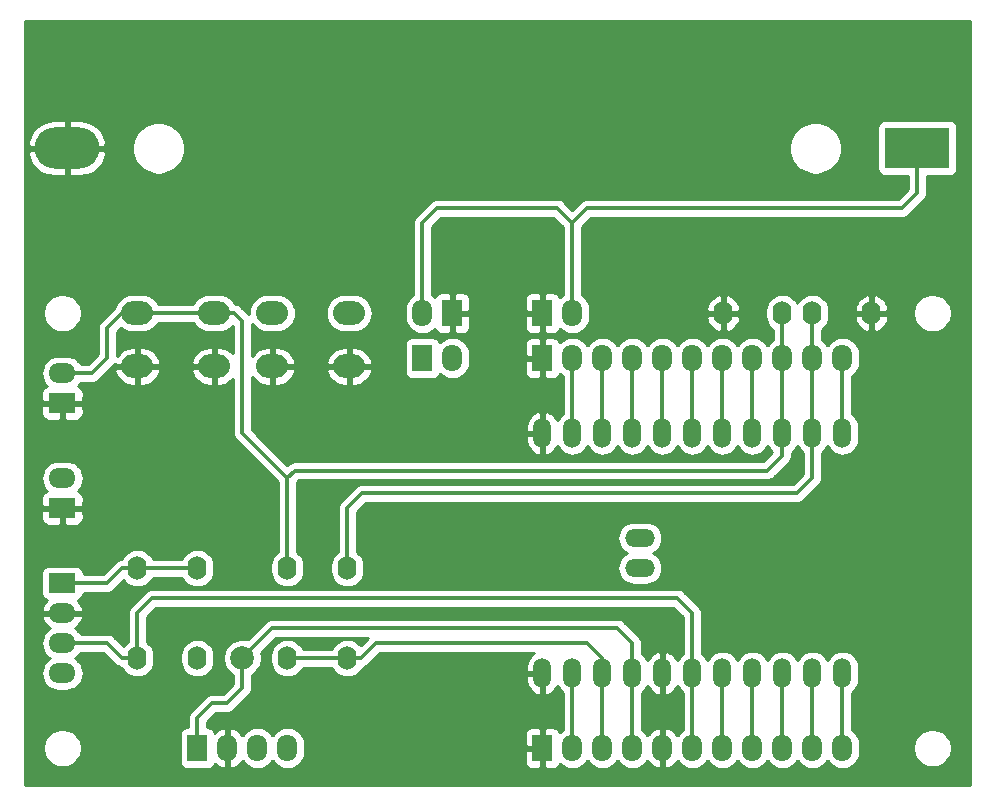
<source format=gbl>
G04 #@! TF.GenerationSoftware,KiCad,Pcbnew,(5.1.5)-3*
G04 #@! TF.CreationDate,2020-04-08T11:02:51+02:00*
G04 #@! TF.ProjectId,AdaptaddorCubeCell,41646170-7461-4646-946f-724375626543,1.0*
G04 #@! TF.SameCoordinates,Original*
G04 #@! TF.FileFunction,Copper,L2,Bot*
G04 #@! TF.FilePolarity,Positive*
%FSLAX46Y46*%
G04 Gerber Fmt 4.6, Leading zero omitted, Abs format (unit mm)*
G04 Created by KiCad (PCBNEW (5.1.5)-3) date 2020-04-08 11:02:51*
%MOMM*%
%LPD*%
G04 APERTURE LIST*
%ADD10R,1.700000X2.300000*%
%ADD11O,1.700000X2.300000*%
%ADD12R,2.300000X1.700000*%
%ADD13O,2.300000X1.700000*%
%ADD14R,5.500000X3.500000*%
%ADD15O,5.500000X3.500000*%
%ADD16O,1.600000X2.000000*%
%ADD17O,2.700000X2.000000*%
%ADD18O,2.524000X1.524000*%
%ADD19O,1.524000X2.524000*%
%ADD20C,2.000000*%
%ADD21C,0.350000*%
%ADD22C,0.254000*%
G04 APERTURE END LIST*
D10*
X133350000Y-128270000D03*
D11*
X135890000Y-128270000D03*
X138430000Y-128270000D03*
X140970000Y-128270000D03*
X143510000Y-128270000D03*
X146050000Y-128270000D03*
X148590000Y-128270000D03*
X151130000Y-128270000D03*
X153670000Y-128270000D03*
X156210000Y-128270000D03*
X158750000Y-128270000D03*
D10*
X133350000Y-95250000D03*
D11*
X135890000Y-95250000D03*
X138430000Y-95250000D03*
X140970000Y-95250000D03*
X143510000Y-95250000D03*
X146050000Y-95250000D03*
X148590000Y-95250000D03*
X151130000Y-95250000D03*
X153670000Y-95250000D03*
X156210000Y-95250000D03*
X158750000Y-95250000D03*
D10*
X123190000Y-95250000D03*
D11*
X125730000Y-95250000D03*
D10*
X133350000Y-91440000D03*
D11*
X135890000Y-91440000D03*
D10*
X125730000Y-91440000D03*
D11*
X123190000Y-91440000D03*
D12*
X92710000Y-107950000D03*
D13*
X92710000Y-105410000D03*
D12*
X92710000Y-99060000D03*
D13*
X92710000Y-96520000D03*
D10*
X104140000Y-128270000D03*
D11*
X106680000Y-128270000D03*
X109220000Y-128270000D03*
X111760000Y-128270000D03*
D12*
X92710000Y-114300000D03*
D13*
X92710000Y-116840000D03*
X92710000Y-119380000D03*
X92710000Y-121920000D03*
D14*
X165100000Y-77470000D03*
D15*
X93100000Y-77470000D03*
D16*
X156210000Y-91440000D03*
X161210000Y-91440000D03*
X148670000Y-91440000D03*
X153670000Y-91440000D03*
X116840000Y-113030000D03*
X116840000Y-120650000D03*
X111760000Y-120650000D03*
X111760000Y-113030000D03*
X104140000Y-120650000D03*
X104140000Y-113030000D03*
X99060000Y-113030000D03*
X99060000Y-120650000D03*
D17*
X116990000Y-91440000D03*
X116990000Y-95940000D03*
X110490000Y-91440000D03*
X110490000Y-95940000D03*
X99060000Y-95940000D03*
X99060000Y-91440000D03*
X105560000Y-95940000D03*
X105560000Y-91440000D03*
D18*
X141605000Y-110490000D03*
X141605000Y-113030000D03*
D19*
X158750000Y-101600000D03*
X156210000Y-101600000D03*
X153670000Y-101600000D03*
X151130000Y-101600000D03*
X148590000Y-101600000D03*
X146050000Y-101600000D03*
X143510000Y-101600000D03*
X140970000Y-101600000D03*
X138430000Y-101600000D03*
X135890000Y-101600000D03*
X158750000Y-121920000D03*
X156210000Y-121920000D03*
X153670000Y-121920000D03*
X151130000Y-121920000D03*
X148590000Y-121920000D03*
X146050000Y-121920000D03*
X143510000Y-121920000D03*
X140970000Y-121920000D03*
X138430000Y-121920000D03*
X135890000Y-121920000D03*
X133350000Y-101600000D03*
X133350000Y-121920000D03*
D20*
X107950000Y-120650000D03*
D21*
X135890000Y-91440000D02*
X135890000Y-83820000D01*
X135890000Y-83820000D02*
X137160000Y-82550000D01*
X137160000Y-82550000D02*
X163830000Y-82550000D01*
X165100000Y-81280000D02*
X165100000Y-77470000D01*
X163830000Y-82550000D02*
X165100000Y-81280000D01*
X123190000Y-91440000D02*
X123190000Y-83820000D01*
X123190000Y-83820000D02*
X124460000Y-82550000D01*
X134620000Y-82550000D02*
X135890000Y-83820000D01*
X124460000Y-82550000D02*
X134620000Y-82550000D01*
X133350000Y-95250000D02*
X133350000Y-91440000D01*
X133350000Y-91440000D02*
X125730000Y-91440000D01*
X116990000Y-95940000D02*
X110490000Y-95940000D01*
X105560000Y-95940000D02*
X99060000Y-95940000D01*
X92710000Y-99060000D02*
X97790000Y-99060000D01*
X99060000Y-97790000D02*
X99060000Y-95940000D01*
X97790000Y-99060000D02*
X99060000Y-97790000D01*
X133350000Y-95250000D02*
X133350000Y-101600000D01*
X133350000Y-121920000D02*
X133350000Y-128270000D01*
X143510000Y-121920000D02*
X143510000Y-128270000D01*
X156210000Y-91440000D02*
X156210000Y-95250000D01*
X116840000Y-107950000D02*
X116840000Y-113030000D01*
X118110000Y-106680000D02*
X116840000Y-107950000D01*
X154940000Y-106680000D02*
X118110000Y-106680000D01*
X156210000Y-95250000D02*
X156210000Y-105410000D01*
X156210000Y-105410000D02*
X154940000Y-106680000D01*
X158750000Y-121920000D02*
X158750000Y-128270000D01*
X156210000Y-121920000D02*
X156210000Y-128270000D01*
X153670000Y-121920000D02*
X153670000Y-128270000D01*
X151130000Y-121920000D02*
X151130000Y-128270000D01*
X148590000Y-128270000D02*
X148590000Y-121920000D01*
X99060000Y-120450000D02*
X99060000Y-120650000D01*
X92710000Y-119380000D02*
X96520000Y-119380000D01*
X97790000Y-120650000D02*
X99060000Y-120650000D01*
X96520000Y-119380000D02*
X97790000Y-120650000D01*
X99060000Y-116840000D02*
X99060000Y-120650000D01*
X100330000Y-115570000D02*
X99060000Y-116840000D01*
X144780000Y-115570000D02*
X100330000Y-115570000D01*
X146050000Y-128270000D02*
X146050000Y-116840000D01*
X146050000Y-116840000D02*
X144780000Y-115570000D01*
X92710000Y-114300000D02*
X96520000Y-114300000D01*
X97790000Y-113030000D02*
X99060000Y-113030000D01*
X96520000Y-114300000D02*
X97790000Y-113030000D01*
X107950000Y-120650000D02*
X107950000Y-120650000D01*
X99060000Y-113030000D02*
X104140000Y-113030000D01*
X104140000Y-125730000D02*
X104140000Y-128270000D01*
X106680000Y-124460000D02*
X105410000Y-124460000D01*
X107950000Y-120650000D02*
X107950000Y-123190000D01*
X105410000Y-124460000D02*
X104140000Y-125730000D01*
X107950000Y-123190000D02*
X106680000Y-124460000D01*
X109220000Y-119380000D02*
X107950000Y-120650000D01*
X110490000Y-118110000D02*
X109220000Y-119380000D01*
X139700000Y-118110000D02*
X110490000Y-118110000D01*
X140970000Y-128270000D02*
X140970000Y-119380000D01*
X140970000Y-119380000D02*
X139700000Y-118110000D01*
X116840000Y-120650000D02*
X111760000Y-120650000D01*
X138430000Y-121920000D02*
X138430000Y-128270000D01*
X138430000Y-121920000D02*
X138430000Y-120650000D01*
X138430000Y-120650000D02*
X137160000Y-119380000D01*
X117990000Y-120650000D02*
X116840000Y-120650000D01*
X119260000Y-119380000D02*
X117990000Y-120650000D01*
X137160000Y-119380000D02*
X119260000Y-119380000D01*
X135890000Y-121920000D02*
X135890000Y-128270000D01*
X135890000Y-101600000D02*
X135890000Y-95250000D01*
X138430000Y-101600000D02*
X138430000Y-95250000D01*
X140970000Y-101600000D02*
X140970000Y-95250000D01*
X143510000Y-101600000D02*
X143510000Y-95250000D01*
X146050000Y-101600000D02*
X146050000Y-95250000D01*
X148590000Y-101600000D02*
X148590000Y-95250000D01*
X151130000Y-101600000D02*
X151130000Y-95250000D01*
X153670000Y-91440000D02*
X153670000Y-95250000D01*
X107260000Y-91440000D02*
X107950000Y-92130000D01*
X105560000Y-91440000D02*
X107260000Y-91440000D01*
X107950000Y-92130000D02*
X107950000Y-101600000D01*
X107950000Y-101600000D02*
X111760000Y-105410000D01*
X111760000Y-113030000D02*
X111760000Y-105410000D01*
X92710000Y-96520000D02*
X95250000Y-96520000D01*
X95250000Y-96520000D02*
X96520000Y-95250000D01*
X96520000Y-95250000D02*
X96520000Y-92710000D01*
X96520000Y-92710000D02*
X97790000Y-91440000D01*
X97790000Y-91440000D02*
X99060000Y-91440000D01*
X99060000Y-91440000D02*
X105560000Y-91440000D01*
X153670000Y-101600000D02*
X153670000Y-95250000D01*
X153670000Y-103505000D02*
X153670000Y-101600000D01*
X111760000Y-105410000D02*
X112395000Y-104775000D01*
X152400000Y-104775000D02*
X153670000Y-103505000D01*
X112395000Y-104775000D02*
X152400000Y-104775000D01*
X158750000Y-101600000D02*
X158750000Y-95250000D01*
D22*
G36*
X169520001Y-131420000D02*
G01*
X89560000Y-131420000D01*
X89560000Y-128108967D01*
X91075000Y-128108967D01*
X91075000Y-128431033D01*
X91137832Y-128746912D01*
X91261082Y-129044463D01*
X91440013Y-129312252D01*
X91667748Y-129539987D01*
X91935537Y-129718918D01*
X92233088Y-129842168D01*
X92548967Y-129905000D01*
X92871033Y-129905000D01*
X93186912Y-129842168D01*
X93484463Y-129718918D01*
X93752252Y-129539987D01*
X93979987Y-129312252D01*
X94158918Y-129044463D01*
X94282168Y-128746912D01*
X94345000Y-128431033D01*
X94345000Y-128108967D01*
X94282168Y-127793088D01*
X94158918Y-127495537D01*
X93979987Y-127227748D01*
X93872239Y-127120000D01*
X102651928Y-127120000D01*
X102651928Y-129420000D01*
X102664188Y-129544482D01*
X102700498Y-129664180D01*
X102759463Y-129774494D01*
X102838815Y-129871185D01*
X102935506Y-129950537D01*
X103045820Y-130009502D01*
X103165518Y-130045812D01*
X103290000Y-130058072D01*
X104990000Y-130058072D01*
X105114482Y-130045812D01*
X105234180Y-130009502D01*
X105344494Y-129950537D01*
X105441185Y-129871185D01*
X105520537Y-129774494D01*
X105579502Y-129664180D01*
X105602225Y-129589272D01*
X105719748Y-129709857D01*
X105960574Y-129875291D01*
X106229047Y-129990563D01*
X106323110Y-130011476D01*
X106553000Y-129890155D01*
X106553000Y-128397000D01*
X106533000Y-128397000D01*
X106533000Y-128143000D01*
X106553000Y-128143000D01*
X106553000Y-126649845D01*
X106807000Y-126649845D01*
X106807000Y-128143000D01*
X106827000Y-128143000D01*
X106827000Y-128397000D01*
X106807000Y-128397000D01*
X106807000Y-129890155D01*
X107036890Y-130011476D01*
X107130953Y-129990563D01*
X107399426Y-129875291D01*
X107640252Y-129709857D01*
X107844176Y-129500619D01*
X107948105Y-129340663D01*
X107979294Y-129399014D01*
X108164866Y-129625134D01*
X108390987Y-129810706D01*
X108648967Y-129948599D01*
X108928890Y-130033513D01*
X109220000Y-130062185D01*
X109511111Y-130033513D01*
X109791034Y-129948599D01*
X110049014Y-129810706D01*
X110275134Y-129625134D01*
X110460706Y-129399014D01*
X110490000Y-129344209D01*
X110519294Y-129399014D01*
X110704866Y-129625134D01*
X110930987Y-129810706D01*
X111188967Y-129948599D01*
X111468890Y-130033513D01*
X111760000Y-130062185D01*
X112051111Y-130033513D01*
X112331034Y-129948599D01*
X112589014Y-129810706D01*
X112815134Y-129625134D01*
X112983483Y-129420000D01*
X131861928Y-129420000D01*
X131874188Y-129544482D01*
X131910498Y-129664180D01*
X131969463Y-129774494D01*
X132048815Y-129871185D01*
X132145506Y-129950537D01*
X132255820Y-130009502D01*
X132375518Y-130045812D01*
X132500000Y-130058072D01*
X133064250Y-130055000D01*
X133223000Y-129896250D01*
X133223000Y-128397000D01*
X132023750Y-128397000D01*
X131865000Y-128555750D01*
X131861928Y-129420000D01*
X112983483Y-129420000D01*
X113000706Y-129399014D01*
X113138599Y-129141034D01*
X113223513Y-128861110D01*
X113245000Y-128642949D01*
X113245000Y-127897050D01*
X113223513Y-127678889D01*
X113138599Y-127398966D01*
X113000706Y-127140986D01*
X112983484Y-127120000D01*
X131861928Y-127120000D01*
X131865000Y-127984250D01*
X132023750Y-128143000D01*
X133223000Y-128143000D01*
X133223000Y-126643750D01*
X133064250Y-126485000D01*
X132500000Y-126481928D01*
X132375518Y-126494188D01*
X132255820Y-126530498D01*
X132145506Y-126589463D01*
X132048815Y-126668815D01*
X131969463Y-126765506D01*
X131910498Y-126875820D01*
X131874188Y-126995518D01*
X131861928Y-127120000D01*
X112983484Y-127120000D01*
X112815134Y-126914866D01*
X112589013Y-126729294D01*
X112331033Y-126591401D01*
X112051110Y-126506487D01*
X111760000Y-126477815D01*
X111468889Y-126506487D01*
X111188966Y-126591401D01*
X110930986Y-126729294D01*
X110704866Y-126914866D01*
X110519294Y-127140987D01*
X110490000Y-127195792D01*
X110460706Y-127140986D01*
X110275134Y-126914866D01*
X110049013Y-126729294D01*
X109791033Y-126591401D01*
X109511110Y-126506487D01*
X109220000Y-126477815D01*
X108928889Y-126506487D01*
X108648966Y-126591401D01*
X108390986Y-126729294D01*
X108164866Y-126914866D01*
X107979294Y-127140987D01*
X107948105Y-127199338D01*
X107844176Y-127039381D01*
X107640252Y-126830143D01*
X107399426Y-126664709D01*
X107130953Y-126549437D01*
X107036890Y-126528524D01*
X106807000Y-126649845D01*
X106553000Y-126649845D01*
X106323110Y-126528524D01*
X106229047Y-126549437D01*
X105960574Y-126664709D01*
X105719748Y-126830143D01*
X105602225Y-126950728D01*
X105579502Y-126875820D01*
X105520537Y-126765506D01*
X105441185Y-126668815D01*
X105344494Y-126589463D01*
X105234180Y-126530498D01*
X105114482Y-126494188D01*
X104990000Y-126481928D01*
X104950000Y-126481928D01*
X104950000Y-126065512D01*
X105745513Y-125270000D01*
X106640212Y-125270000D01*
X106680000Y-125273919D01*
X106719788Y-125270000D01*
X106719791Y-125270000D01*
X106838788Y-125258280D01*
X106991473Y-125211963D01*
X107132189Y-125136749D01*
X107255528Y-125035528D01*
X107280899Y-125004613D01*
X108494618Y-123790895D01*
X108525528Y-123765528D01*
X108610720Y-123661721D01*
X108626749Y-123642190D01*
X108701962Y-123501474D01*
X108701963Y-123501473D01*
X108748280Y-123348788D01*
X108760000Y-123229791D01*
X108760000Y-123229789D01*
X108763919Y-123190001D01*
X108760000Y-123150213D01*
X108760000Y-122075173D01*
X108992252Y-121919987D01*
X109219987Y-121692252D01*
X109398918Y-121424463D01*
X109522168Y-121126912D01*
X109585000Y-120811033D01*
X109585000Y-120488967D01*
X109530506Y-120215007D01*
X109820892Y-119924621D01*
X109820896Y-119924616D01*
X110825513Y-118920000D01*
X118574487Y-118920000D01*
X117951782Y-119542706D01*
X117859608Y-119430392D01*
X117641101Y-119251068D01*
X117391808Y-119117818D01*
X117121309Y-119035764D01*
X116840000Y-119008057D01*
X116558692Y-119035764D01*
X116288193Y-119117818D01*
X116038900Y-119251068D01*
X115820393Y-119430392D01*
X115641068Y-119648899D01*
X115538922Y-119840000D01*
X113061077Y-119840000D01*
X112958932Y-119648899D01*
X112779608Y-119430392D01*
X112561101Y-119251068D01*
X112311808Y-119117818D01*
X112041309Y-119035764D01*
X111760000Y-119008057D01*
X111478692Y-119035764D01*
X111208193Y-119117818D01*
X110958900Y-119251068D01*
X110740393Y-119430392D01*
X110561068Y-119648899D01*
X110427818Y-119898192D01*
X110345764Y-120168691D01*
X110325000Y-120379508D01*
X110325000Y-120920491D01*
X110345764Y-121131308D01*
X110427818Y-121401807D01*
X110561068Y-121651100D01*
X110740392Y-121869607D01*
X110958899Y-122048932D01*
X111208192Y-122182182D01*
X111478691Y-122264236D01*
X111760000Y-122291943D01*
X112041308Y-122264236D01*
X112311807Y-122182182D01*
X112561100Y-122048932D01*
X112779607Y-121869608D01*
X112958932Y-121651101D01*
X113061078Y-121460000D01*
X115538923Y-121460000D01*
X115641068Y-121651100D01*
X115820392Y-121869607D01*
X116038899Y-122048932D01*
X116288192Y-122182182D01*
X116558691Y-122264236D01*
X116840000Y-122291943D01*
X117121308Y-122264236D01*
X117391807Y-122182182D01*
X117641100Y-122048932D01*
X117643454Y-122047000D01*
X131953000Y-122047000D01*
X131953000Y-122547000D01*
X132004619Y-122817101D01*
X132107941Y-123071942D01*
X132258994Y-123301729D01*
X132451974Y-123497632D01*
X132679465Y-123652122D01*
X132932724Y-123759262D01*
X133006930Y-123774220D01*
X133223000Y-123651720D01*
X133223000Y-122047000D01*
X131953000Y-122047000D01*
X117643454Y-122047000D01*
X117859607Y-121869608D01*
X118038932Y-121651101D01*
X118147262Y-121448430D01*
X118148788Y-121448280D01*
X118301473Y-121401963D01*
X118442189Y-121326749D01*
X118565528Y-121225528D01*
X118590899Y-121194613D01*
X119595513Y-120190000D01*
X132676340Y-120190000D01*
X132451974Y-120342368D01*
X132258994Y-120538271D01*
X132107941Y-120768058D01*
X132004619Y-121022899D01*
X131953000Y-121293000D01*
X131953000Y-121793000D01*
X133223000Y-121793000D01*
X133223000Y-121773000D01*
X133477000Y-121773000D01*
X133477000Y-121793000D01*
X133497000Y-121793000D01*
X133497000Y-122047000D01*
X133477000Y-122047000D01*
X133477000Y-123651720D01*
X133693070Y-123774220D01*
X133767276Y-123759262D01*
X134020535Y-123652122D01*
X134248026Y-123497632D01*
X134441006Y-123301729D01*
X134592059Y-123071942D01*
X134618962Y-123005587D01*
X134722817Y-123199887D01*
X134897393Y-123412608D01*
X135080000Y-123562469D01*
X135080001Y-126719130D01*
X135060986Y-126729294D01*
X134834866Y-126914866D01*
X134810393Y-126944687D01*
X134789502Y-126875820D01*
X134730537Y-126765506D01*
X134651185Y-126668815D01*
X134554494Y-126589463D01*
X134444180Y-126530498D01*
X134324482Y-126494188D01*
X134200000Y-126481928D01*
X133635750Y-126485000D01*
X133477000Y-126643750D01*
X133477000Y-128143000D01*
X133497000Y-128143000D01*
X133497000Y-128397000D01*
X133477000Y-128397000D01*
X133477000Y-129896250D01*
X133635750Y-130055000D01*
X134200000Y-130058072D01*
X134324482Y-130045812D01*
X134444180Y-130009502D01*
X134554494Y-129950537D01*
X134651185Y-129871185D01*
X134730537Y-129774494D01*
X134789502Y-129664180D01*
X134810393Y-129595313D01*
X134834866Y-129625134D01*
X135060987Y-129810706D01*
X135318967Y-129948599D01*
X135598890Y-130033513D01*
X135890000Y-130062185D01*
X136181111Y-130033513D01*
X136461034Y-129948599D01*
X136719014Y-129810706D01*
X136945134Y-129625134D01*
X137130706Y-129399014D01*
X137160000Y-129344209D01*
X137189294Y-129399014D01*
X137374866Y-129625134D01*
X137600987Y-129810706D01*
X137858967Y-129948599D01*
X138138890Y-130033513D01*
X138430000Y-130062185D01*
X138721111Y-130033513D01*
X139001034Y-129948599D01*
X139259014Y-129810706D01*
X139485134Y-129625134D01*
X139670706Y-129399014D01*
X139700000Y-129344209D01*
X139729294Y-129399014D01*
X139914866Y-129625134D01*
X140140987Y-129810706D01*
X140398967Y-129948599D01*
X140678890Y-130033513D01*
X140970000Y-130062185D01*
X141261111Y-130033513D01*
X141541034Y-129948599D01*
X141799014Y-129810706D01*
X142025134Y-129625134D01*
X142210706Y-129399014D01*
X142241895Y-129340663D01*
X142345824Y-129500619D01*
X142549748Y-129709857D01*
X142790574Y-129875291D01*
X143059047Y-129990563D01*
X143153110Y-130011476D01*
X143383000Y-129890155D01*
X143383000Y-128397000D01*
X143363000Y-128397000D01*
X143363000Y-128143000D01*
X143383000Y-128143000D01*
X143383000Y-126649845D01*
X143153110Y-126528524D01*
X143059047Y-126549437D01*
X142790574Y-126664709D01*
X142549748Y-126830143D01*
X142345824Y-127039381D01*
X142241895Y-127199337D01*
X142210706Y-127140986D01*
X142025134Y-126914866D01*
X141799013Y-126729294D01*
X141780000Y-126719131D01*
X141780000Y-123562470D01*
X141962608Y-123412608D01*
X142137183Y-123199887D01*
X142241038Y-123005587D01*
X142267941Y-123071942D01*
X142418994Y-123301729D01*
X142611974Y-123497632D01*
X142839465Y-123652122D01*
X143092724Y-123759262D01*
X143166930Y-123774220D01*
X143383000Y-123651720D01*
X143383000Y-122047000D01*
X143363000Y-122047000D01*
X143363000Y-121793000D01*
X143383000Y-121793000D01*
X143383000Y-120188280D01*
X143166930Y-120065780D01*
X143092724Y-120080738D01*
X142839465Y-120187878D01*
X142611974Y-120342368D01*
X142418994Y-120538271D01*
X142267941Y-120768058D01*
X142241038Y-120834413D01*
X142137183Y-120640113D01*
X141962607Y-120427392D01*
X141780000Y-120277531D01*
X141780000Y-119419787D01*
X141783919Y-119379999D01*
X141780000Y-119340209D01*
X141768280Y-119221212D01*
X141721963Y-119068527D01*
X141646750Y-118927812D01*
X141646749Y-118927810D01*
X141570893Y-118835380D01*
X141545528Y-118804472D01*
X141514618Y-118779105D01*
X140300899Y-117565387D01*
X140275528Y-117534472D01*
X140152189Y-117433251D01*
X140011473Y-117358037D01*
X139858788Y-117311720D01*
X139739791Y-117300000D01*
X139739788Y-117300000D01*
X139700000Y-117296081D01*
X139660212Y-117300000D01*
X110529787Y-117300000D01*
X110489999Y-117296081D01*
X110450211Y-117300000D01*
X110450209Y-117300000D01*
X110331212Y-117311720D01*
X110178527Y-117358037D01*
X110113024Y-117393049D01*
X110037810Y-117433251D01*
X110028500Y-117440892D01*
X109914472Y-117534472D01*
X109889105Y-117565382D01*
X108675384Y-118779104D01*
X108675379Y-118779108D01*
X108384993Y-119069494D01*
X108111033Y-119015000D01*
X107788967Y-119015000D01*
X107473088Y-119077832D01*
X107175537Y-119201082D01*
X106907748Y-119380013D01*
X106680013Y-119607748D01*
X106501082Y-119875537D01*
X106377832Y-120173088D01*
X106315000Y-120488967D01*
X106315000Y-120811033D01*
X106377832Y-121126912D01*
X106501082Y-121424463D01*
X106680013Y-121692252D01*
X106907748Y-121919987D01*
X107140001Y-122075173D01*
X107140001Y-122854486D01*
X106344488Y-123650000D01*
X105449787Y-123650000D01*
X105409999Y-123646081D01*
X105370211Y-123650000D01*
X105370209Y-123650000D01*
X105251212Y-123661720D01*
X105098527Y-123708037D01*
X105048792Y-123734621D01*
X104957810Y-123783251D01*
X104902210Y-123828881D01*
X104834472Y-123884472D01*
X104809107Y-123915380D01*
X103595387Y-125129101D01*
X103564472Y-125154472D01*
X103494703Y-125239487D01*
X103463251Y-125277811D01*
X103423049Y-125353025D01*
X103388037Y-125418528D01*
X103341720Y-125571213D01*
X103330000Y-125690209D01*
X103326081Y-125730000D01*
X103330000Y-125769788D01*
X103330000Y-126481928D01*
X103290000Y-126481928D01*
X103165518Y-126494188D01*
X103045820Y-126530498D01*
X102935506Y-126589463D01*
X102838815Y-126668815D01*
X102759463Y-126765506D01*
X102700498Y-126875820D01*
X102664188Y-126995518D01*
X102651928Y-127120000D01*
X93872239Y-127120000D01*
X93752252Y-127000013D01*
X93484463Y-126821082D01*
X93186912Y-126697832D01*
X92871033Y-126635000D01*
X92548967Y-126635000D01*
X92233088Y-126697832D01*
X91935537Y-126821082D01*
X91667748Y-127000013D01*
X91440013Y-127227748D01*
X91261082Y-127495537D01*
X91137832Y-127793088D01*
X91075000Y-128108967D01*
X89560000Y-128108967D01*
X89560000Y-119380000D01*
X90917815Y-119380000D01*
X90946487Y-119671111D01*
X91031401Y-119951034D01*
X91169294Y-120209014D01*
X91354866Y-120435134D01*
X91580986Y-120620706D01*
X91635791Y-120650000D01*
X91580986Y-120679294D01*
X91354866Y-120864866D01*
X91169294Y-121090986D01*
X91031401Y-121348966D01*
X90946487Y-121628889D01*
X90917815Y-121920000D01*
X90946487Y-122211111D01*
X91031401Y-122491034D01*
X91169294Y-122749014D01*
X91354866Y-122975134D01*
X91580986Y-123160706D01*
X91838966Y-123298599D01*
X92118889Y-123383513D01*
X92337050Y-123405000D01*
X93082950Y-123405000D01*
X93301111Y-123383513D01*
X93581034Y-123298599D01*
X93839014Y-123160706D01*
X94065134Y-122975134D01*
X94250706Y-122749014D01*
X94388599Y-122491034D01*
X94473513Y-122211111D01*
X94502185Y-121920000D01*
X94473513Y-121628889D01*
X94388599Y-121348966D01*
X94250706Y-121090986D01*
X94065134Y-120864866D01*
X93839014Y-120679294D01*
X93784209Y-120650000D01*
X93839014Y-120620706D01*
X94065134Y-120435134D01*
X94250706Y-120209014D01*
X94260869Y-120190000D01*
X96184488Y-120190000D01*
X97189105Y-121194618D01*
X97214472Y-121225528D01*
X97282210Y-121281119D01*
X97337810Y-121326749D01*
X97379376Y-121348966D01*
X97478527Y-121401963D01*
X97631212Y-121448280D01*
X97750209Y-121460000D01*
X97750211Y-121460000D01*
X97759406Y-121460906D01*
X97861068Y-121651101D01*
X98040393Y-121869608D01*
X98258900Y-122048932D01*
X98508193Y-122182182D01*
X98778692Y-122264236D01*
X99060000Y-122291943D01*
X99341309Y-122264236D01*
X99611808Y-122182182D01*
X99861101Y-122048932D01*
X100079608Y-121869608D01*
X100258932Y-121651101D01*
X100392182Y-121401807D01*
X100474236Y-121131308D01*
X100495000Y-120920491D01*
X100495000Y-120379509D01*
X102705000Y-120379509D01*
X102705000Y-120920492D01*
X102725764Y-121131309D01*
X102807818Y-121401808D01*
X102941068Y-121651101D01*
X103120393Y-121869608D01*
X103338900Y-122048932D01*
X103588193Y-122182182D01*
X103858692Y-122264236D01*
X104140000Y-122291943D01*
X104421309Y-122264236D01*
X104691808Y-122182182D01*
X104941101Y-122048932D01*
X105159608Y-121869608D01*
X105338932Y-121651101D01*
X105472182Y-121401807D01*
X105554236Y-121131308D01*
X105575000Y-120920491D01*
X105575000Y-120379508D01*
X105554236Y-120168691D01*
X105472182Y-119898192D01*
X105338932Y-119648899D01*
X105159607Y-119430392D01*
X104941100Y-119251068D01*
X104691807Y-119117818D01*
X104421308Y-119035764D01*
X104140000Y-119008057D01*
X103858691Y-119035764D01*
X103588192Y-119117818D01*
X103338899Y-119251068D01*
X103120392Y-119430393D01*
X102941068Y-119648900D01*
X102807818Y-119898193D01*
X102725764Y-120168692D01*
X102705000Y-120379509D01*
X100495000Y-120379509D01*
X100495000Y-120379508D01*
X100474236Y-120168691D01*
X100392182Y-119898192D01*
X100258932Y-119648899D01*
X100079607Y-119430392D01*
X99870000Y-119258372D01*
X99870000Y-117175512D01*
X100665513Y-116380000D01*
X144444488Y-116380000D01*
X145240001Y-117175514D01*
X145240001Y-120277530D01*
X145057392Y-120427393D01*
X144882817Y-120640114D01*
X144778962Y-120834414D01*
X144752059Y-120768058D01*
X144601006Y-120538271D01*
X144408026Y-120342368D01*
X144180535Y-120187878D01*
X143927276Y-120080738D01*
X143853070Y-120065780D01*
X143637000Y-120188280D01*
X143637000Y-121793000D01*
X143657000Y-121793000D01*
X143657000Y-122047000D01*
X143637000Y-122047000D01*
X143637000Y-123651720D01*
X143853070Y-123774220D01*
X143927276Y-123759262D01*
X144180535Y-123652122D01*
X144408026Y-123497632D01*
X144601006Y-123301729D01*
X144752059Y-123071942D01*
X144778962Y-123005587D01*
X144882817Y-123199887D01*
X145057393Y-123412608D01*
X145240000Y-123562470D01*
X145240000Y-126719131D01*
X145220986Y-126729294D01*
X144994866Y-126914866D01*
X144809294Y-127140987D01*
X144778105Y-127199338D01*
X144674176Y-127039381D01*
X144470252Y-126830143D01*
X144229426Y-126664709D01*
X143960953Y-126549437D01*
X143866890Y-126528524D01*
X143637000Y-126649845D01*
X143637000Y-128143000D01*
X143657000Y-128143000D01*
X143657000Y-128397000D01*
X143637000Y-128397000D01*
X143637000Y-129890155D01*
X143866890Y-130011476D01*
X143960953Y-129990563D01*
X144229426Y-129875291D01*
X144470252Y-129709857D01*
X144674176Y-129500619D01*
X144778105Y-129340663D01*
X144809294Y-129399014D01*
X144994866Y-129625134D01*
X145220987Y-129810706D01*
X145478967Y-129948599D01*
X145758890Y-130033513D01*
X146050000Y-130062185D01*
X146341111Y-130033513D01*
X146621034Y-129948599D01*
X146879014Y-129810706D01*
X147105134Y-129625134D01*
X147290706Y-129399014D01*
X147320000Y-129344209D01*
X147349294Y-129399014D01*
X147534866Y-129625134D01*
X147760987Y-129810706D01*
X148018967Y-129948599D01*
X148298890Y-130033513D01*
X148590000Y-130062185D01*
X148881111Y-130033513D01*
X149161034Y-129948599D01*
X149419014Y-129810706D01*
X149645134Y-129625134D01*
X149830706Y-129399014D01*
X149860000Y-129344209D01*
X149889294Y-129399014D01*
X150074866Y-129625134D01*
X150300987Y-129810706D01*
X150558967Y-129948599D01*
X150838890Y-130033513D01*
X151130000Y-130062185D01*
X151421111Y-130033513D01*
X151701034Y-129948599D01*
X151959014Y-129810706D01*
X152185134Y-129625134D01*
X152370706Y-129399014D01*
X152400000Y-129344209D01*
X152429294Y-129399014D01*
X152614866Y-129625134D01*
X152840987Y-129810706D01*
X153098967Y-129948599D01*
X153378890Y-130033513D01*
X153670000Y-130062185D01*
X153961111Y-130033513D01*
X154241034Y-129948599D01*
X154499014Y-129810706D01*
X154725134Y-129625134D01*
X154910706Y-129399014D01*
X154940000Y-129344209D01*
X154969294Y-129399014D01*
X155154866Y-129625134D01*
X155380987Y-129810706D01*
X155638967Y-129948599D01*
X155918890Y-130033513D01*
X156210000Y-130062185D01*
X156501111Y-130033513D01*
X156781034Y-129948599D01*
X157039014Y-129810706D01*
X157265134Y-129625134D01*
X157450706Y-129399014D01*
X157480000Y-129344209D01*
X157509294Y-129399014D01*
X157694866Y-129625134D01*
X157920987Y-129810706D01*
X158178967Y-129948599D01*
X158458890Y-130033513D01*
X158750000Y-130062185D01*
X159041111Y-130033513D01*
X159321034Y-129948599D01*
X159579014Y-129810706D01*
X159805134Y-129625134D01*
X159990706Y-129399014D01*
X160128599Y-129141034D01*
X160213513Y-128861110D01*
X160235000Y-128642949D01*
X160235000Y-128108967D01*
X164735000Y-128108967D01*
X164735000Y-128431033D01*
X164797832Y-128746912D01*
X164921082Y-129044463D01*
X165100013Y-129312252D01*
X165327748Y-129539987D01*
X165595537Y-129718918D01*
X165893088Y-129842168D01*
X166208967Y-129905000D01*
X166531033Y-129905000D01*
X166846912Y-129842168D01*
X167144463Y-129718918D01*
X167412252Y-129539987D01*
X167639987Y-129312252D01*
X167818918Y-129044463D01*
X167942168Y-128746912D01*
X168005000Y-128431033D01*
X168005000Y-128108967D01*
X167942168Y-127793088D01*
X167818918Y-127495537D01*
X167639987Y-127227748D01*
X167412252Y-127000013D01*
X167144463Y-126821082D01*
X166846912Y-126697832D01*
X166531033Y-126635000D01*
X166208967Y-126635000D01*
X165893088Y-126697832D01*
X165595537Y-126821082D01*
X165327748Y-127000013D01*
X165100013Y-127227748D01*
X164921082Y-127495537D01*
X164797832Y-127793088D01*
X164735000Y-128108967D01*
X160235000Y-128108967D01*
X160235000Y-127897050D01*
X160213513Y-127678889D01*
X160128599Y-127398966D01*
X159990706Y-127140986D01*
X159805134Y-126914866D01*
X159579013Y-126729294D01*
X159560000Y-126719131D01*
X159560000Y-123562470D01*
X159742608Y-123412608D01*
X159917183Y-123199887D01*
X160046904Y-122957195D01*
X160126786Y-122693860D01*
X160147000Y-122488625D01*
X160147000Y-121351375D01*
X160126786Y-121146140D01*
X160046904Y-120882805D01*
X159917183Y-120640113D01*
X159742607Y-120427392D01*
X159529886Y-120252817D01*
X159287194Y-120123096D01*
X159023859Y-120043214D01*
X158750000Y-120016241D01*
X158476140Y-120043214D01*
X158212805Y-120123096D01*
X157970113Y-120252817D01*
X157757392Y-120427393D01*
X157582817Y-120640114D01*
X157480000Y-120832471D01*
X157377183Y-120640113D01*
X157202607Y-120427392D01*
X156989886Y-120252817D01*
X156747194Y-120123096D01*
X156483859Y-120043214D01*
X156210000Y-120016241D01*
X155936140Y-120043214D01*
X155672805Y-120123096D01*
X155430113Y-120252817D01*
X155217392Y-120427393D01*
X155042817Y-120640114D01*
X154940000Y-120832471D01*
X154837183Y-120640113D01*
X154662607Y-120427392D01*
X154449886Y-120252817D01*
X154207194Y-120123096D01*
X153943859Y-120043214D01*
X153670000Y-120016241D01*
X153396140Y-120043214D01*
X153132805Y-120123096D01*
X152890113Y-120252817D01*
X152677392Y-120427393D01*
X152502817Y-120640114D01*
X152400000Y-120832471D01*
X152297183Y-120640113D01*
X152122607Y-120427392D01*
X151909886Y-120252817D01*
X151667194Y-120123096D01*
X151403859Y-120043214D01*
X151130000Y-120016241D01*
X150856140Y-120043214D01*
X150592805Y-120123096D01*
X150350113Y-120252817D01*
X150137392Y-120427393D01*
X149962817Y-120640114D01*
X149860000Y-120832471D01*
X149757183Y-120640113D01*
X149582607Y-120427392D01*
X149369886Y-120252817D01*
X149127194Y-120123096D01*
X148863859Y-120043214D01*
X148590000Y-120016241D01*
X148316140Y-120043214D01*
X148052805Y-120123096D01*
X147810113Y-120252817D01*
X147597392Y-120427393D01*
X147422817Y-120640114D01*
X147320000Y-120832471D01*
X147217183Y-120640113D01*
X147042607Y-120427392D01*
X146860000Y-120277531D01*
X146860000Y-116879787D01*
X146863919Y-116839999D01*
X146860000Y-116800209D01*
X146848280Y-116681212D01*
X146801963Y-116528527D01*
X146726750Y-116387812D01*
X146726749Y-116387810D01*
X146650893Y-116295380D01*
X146625528Y-116264472D01*
X146594618Y-116239105D01*
X145380899Y-115025387D01*
X145355528Y-114994472D01*
X145232189Y-114893251D01*
X145091473Y-114818037D01*
X144938788Y-114771720D01*
X144819791Y-114760000D01*
X144819788Y-114760000D01*
X144780000Y-114756081D01*
X144740212Y-114760000D01*
X100369787Y-114760000D01*
X100329999Y-114756081D01*
X100290211Y-114760000D01*
X100290209Y-114760000D01*
X100171212Y-114771720D01*
X100018527Y-114818037D01*
X99953024Y-114853049D01*
X99877810Y-114893251D01*
X99868500Y-114900892D01*
X99754472Y-114994472D01*
X99729105Y-115025382D01*
X98515387Y-116239101D01*
X98484472Y-116264472D01*
X98414703Y-116349487D01*
X98383251Y-116387811D01*
X98343049Y-116463025D01*
X98308037Y-116528528D01*
X98261720Y-116681213D01*
X98250000Y-116800209D01*
X98246081Y-116840000D01*
X98250000Y-116879788D01*
X98250001Y-119258371D01*
X98040392Y-119430393D01*
X97894128Y-119608616D01*
X97120899Y-118835387D01*
X97095528Y-118804472D01*
X96972189Y-118703251D01*
X96831473Y-118628037D01*
X96678788Y-118581720D01*
X96559791Y-118570000D01*
X96559788Y-118570000D01*
X96520000Y-118566081D01*
X96480212Y-118570000D01*
X94260869Y-118570000D01*
X94250706Y-118550986D01*
X94065134Y-118324866D01*
X93839014Y-118139294D01*
X93780663Y-118108105D01*
X93940619Y-118004176D01*
X94149857Y-117800252D01*
X94315291Y-117559426D01*
X94430563Y-117290953D01*
X94451476Y-117196890D01*
X94330155Y-116967000D01*
X92837000Y-116967000D01*
X92837000Y-116987000D01*
X92583000Y-116987000D01*
X92583000Y-116967000D01*
X91089845Y-116967000D01*
X90968524Y-117196890D01*
X90989437Y-117290953D01*
X91104709Y-117559426D01*
X91270143Y-117800252D01*
X91479381Y-118004176D01*
X91639337Y-118108105D01*
X91580986Y-118139294D01*
X91354866Y-118324866D01*
X91169294Y-118550986D01*
X91031401Y-118808966D01*
X90946487Y-119088889D01*
X90917815Y-119380000D01*
X89560000Y-119380000D01*
X89560000Y-113450000D01*
X90921928Y-113450000D01*
X90921928Y-115150000D01*
X90934188Y-115274482D01*
X90970498Y-115394180D01*
X91029463Y-115504494D01*
X91108815Y-115601185D01*
X91205506Y-115680537D01*
X91315820Y-115739502D01*
X91390728Y-115762225D01*
X91270143Y-115879748D01*
X91104709Y-116120574D01*
X90989437Y-116389047D01*
X90968524Y-116483110D01*
X91089845Y-116713000D01*
X92583000Y-116713000D01*
X92583000Y-116693000D01*
X92837000Y-116693000D01*
X92837000Y-116713000D01*
X94330155Y-116713000D01*
X94451476Y-116483110D01*
X94430563Y-116389047D01*
X94315291Y-116120574D01*
X94149857Y-115879748D01*
X94029272Y-115762225D01*
X94104180Y-115739502D01*
X94214494Y-115680537D01*
X94311185Y-115601185D01*
X94390537Y-115504494D01*
X94449502Y-115394180D01*
X94485812Y-115274482D01*
X94498072Y-115150000D01*
X94498072Y-115110000D01*
X96480212Y-115110000D01*
X96520000Y-115113919D01*
X96559788Y-115110000D01*
X96559791Y-115110000D01*
X96678788Y-115098280D01*
X96831473Y-115051963D01*
X96972189Y-114976749D01*
X97095528Y-114875528D01*
X97120899Y-114844613D01*
X97894128Y-114071385D01*
X98040393Y-114249608D01*
X98258900Y-114428932D01*
X98508193Y-114562182D01*
X98778692Y-114644236D01*
X99060000Y-114671943D01*
X99341309Y-114644236D01*
X99611808Y-114562182D01*
X99861101Y-114428932D01*
X100079608Y-114249608D01*
X100258932Y-114031101D01*
X100361077Y-113840000D01*
X102838922Y-113840000D01*
X102941068Y-114031101D01*
X103120393Y-114249608D01*
X103338900Y-114428932D01*
X103588193Y-114562182D01*
X103858692Y-114644236D01*
X104140000Y-114671943D01*
X104421309Y-114644236D01*
X104691808Y-114562182D01*
X104941101Y-114428932D01*
X105159608Y-114249608D01*
X105338932Y-114031101D01*
X105472182Y-113781807D01*
X105554236Y-113511308D01*
X105575000Y-113300491D01*
X105575000Y-112759508D01*
X105554236Y-112548691D01*
X105472182Y-112278192D01*
X105338932Y-112028899D01*
X105159607Y-111810392D01*
X104941100Y-111631068D01*
X104691807Y-111497818D01*
X104421308Y-111415764D01*
X104140000Y-111388057D01*
X103858691Y-111415764D01*
X103588192Y-111497818D01*
X103338899Y-111631068D01*
X103120392Y-111810393D01*
X102941068Y-112028900D01*
X102838923Y-112220000D01*
X100361078Y-112220000D01*
X100258932Y-112028899D01*
X100079607Y-111810392D01*
X99861100Y-111631068D01*
X99611807Y-111497818D01*
X99341308Y-111415764D01*
X99060000Y-111388057D01*
X98778691Y-111415764D01*
X98508192Y-111497818D01*
X98258899Y-111631068D01*
X98040392Y-111810393D01*
X97861068Y-112028900D01*
X97759407Y-112219094D01*
X97750211Y-112220000D01*
X97750209Y-112220000D01*
X97631212Y-112231720D01*
X97478527Y-112278037D01*
X97413024Y-112313049D01*
X97337810Y-112353251D01*
X97282210Y-112398881D01*
X97214472Y-112454472D01*
X97189105Y-112485382D01*
X96184488Y-113490000D01*
X94498072Y-113490000D01*
X94498072Y-113450000D01*
X94485812Y-113325518D01*
X94449502Y-113205820D01*
X94390537Y-113095506D01*
X94311185Y-112998815D01*
X94214494Y-112919463D01*
X94104180Y-112860498D01*
X93984482Y-112824188D01*
X93860000Y-112811928D01*
X91560000Y-112811928D01*
X91435518Y-112824188D01*
X91315820Y-112860498D01*
X91205506Y-112919463D01*
X91108815Y-112998815D01*
X91029463Y-113095506D01*
X90970498Y-113205820D01*
X90934188Y-113325518D01*
X90921928Y-113450000D01*
X89560000Y-113450000D01*
X89560000Y-108800000D01*
X90921928Y-108800000D01*
X90934188Y-108924482D01*
X90970498Y-109044180D01*
X91029463Y-109154494D01*
X91108815Y-109251185D01*
X91205506Y-109330537D01*
X91315820Y-109389502D01*
X91435518Y-109425812D01*
X91560000Y-109438072D01*
X92424250Y-109435000D01*
X92583000Y-109276250D01*
X92583000Y-108077000D01*
X92837000Y-108077000D01*
X92837000Y-109276250D01*
X92995750Y-109435000D01*
X93860000Y-109438072D01*
X93984482Y-109425812D01*
X94104180Y-109389502D01*
X94214494Y-109330537D01*
X94311185Y-109251185D01*
X94390537Y-109154494D01*
X94449502Y-109044180D01*
X94485812Y-108924482D01*
X94498072Y-108800000D01*
X94495000Y-108235750D01*
X94336250Y-108077000D01*
X92837000Y-108077000D01*
X92583000Y-108077000D01*
X91083750Y-108077000D01*
X90925000Y-108235750D01*
X90921928Y-108800000D01*
X89560000Y-108800000D01*
X89560000Y-105410000D01*
X90917815Y-105410000D01*
X90946487Y-105701111D01*
X91031401Y-105981034D01*
X91169294Y-106239014D01*
X91354866Y-106465134D01*
X91384687Y-106489607D01*
X91315820Y-106510498D01*
X91205506Y-106569463D01*
X91108815Y-106648815D01*
X91029463Y-106745506D01*
X90970498Y-106855820D01*
X90934188Y-106975518D01*
X90921928Y-107100000D01*
X90925000Y-107664250D01*
X91083750Y-107823000D01*
X92583000Y-107823000D01*
X92583000Y-107803000D01*
X92837000Y-107803000D01*
X92837000Y-107823000D01*
X94336250Y-107823000D01*
X94495000Y-107664250D01*
X94498072Y-107100000D01*
X94485812Y-106975518D01*
X94449502Y-106855820D01*
X94390537Y-106745506D01*
X94311185Y-106648815D01*
X94214494Y-106569463D01*
X94104180Y-106510498D01*
X94035313Y-106489607D01*
X94065134Y-106465134D01*
X94250706Y-106239014D01*
X94388599Y-105981034D01*
X94473513Y-105701111D01*
X94502185Y-105410000D01*
X94473513Y-105118889D01*
X94388599Y-104838966D01*
X94250706Y-104580986D01*
X94065134Y-104354866D01*
X93839014Y-104169294D01*
X93581034Y-104031401D01*
X93301111Y-103946487D01*
X93082950Y-103925000D01*
X92337050Y-103925000D01*
X92118889Y-103946487D01*
X91838966Y-104031401D01*
X91580986Y-104169294D01*
X91354866Y-104354866D01*
X91169294Y-104580986D01*
X91031401Y-104838966D01*
X90946487Y-105118889D01*
X90917815Y-105410000D01*
X89560000Y-105410000D01*
X89560000Y-99910000D01*
X90921928Y-99910000D01*
X90934188Y-100034482D01*
X90970498Y-100154180D01*
X91029463Y-100264494D01*
X91108815Y-100361185D01*
X91205506Y-100440537D01*
X91315820Y-100499502D01*
X91435518Y-100535812D01*
X91560000Y-100548072D01*
X92424250Y-100545000D01*
X92583000Y-100386250D01*
X92583000Y-99187000D01*
X92837000Y-99187000D01*
X92837000Y-100386250D01*
X92995750Y-100545000D01*
X93860000Y-100548072D01*
X93984482Y-100535812D01*
X94104180Y-100499502D01*
X94214494Y-100440537D01*
X94311185Y-100361185D01*
X94390537Y-100264494D01*
X94449502Y-100154180D01*
X94485812Y-100034482D01*
X94498072Y-99910000D01*
X94495000Y-99345750D01*
X94336250Y-99187000D01*
X92837000Y-99187000D01*
X92583000Y-99187000D01*
X91083750Y-99187000D01*
X90925000Y-99345750D01*
X90921928Y-99910000D01*
X89560000Y-99910000D01*
X89560000Y-96520000D01*
X90917815Y-96520000D01*
X90946487Y-96811111D01*
X91031401Y-97091034D01*
X91169294Y-97349014D01*
X91354866Y-97575134D01*
X91384687Y-97599607D01*
X91315820Y-97620498D01*
X91205506Y-97679463D01*
X91108815Y-97758815D01*
X91029463Y-97855506D01*
X90970498Y-97965820D01*
X90934188Y-98085518D01*
X90921928Y-98210000D01*
X90925000Y-98774250D01*
X91083750Y-98933000D01*
X92583000Y-98933000D01*
X92583000Y-98913000D01*
X92837000Y-98913000D01*
X92837000Y-98933000D01*
X94336250Y-98933000D01*
X94495000Y-98774250D01*
X94498072Y-98210000D01*
X94485812Y-98085518D01*
X94449502Y-97965820D01*
X94390537Y-97855506D01*
X94311185Y-97758815D01*
X94214494Y-97679463D01*
X94104180Y-97620498D01*
X94035313Y-97599607D01*
X94065134Y-97575134D01*
X94250706Y-97349014D01*
X94260869Y-97330000D01*
X95210212Y-97330000D01*
X95250000Y-97333919D01*
X95289788Y-97330000D01*
X95289791Y-97330000D01*
X95408788Y-97318280D01*
X95561473Y-97271963D01*
X95702189Y-97196749D01*
X95825528Y-97095528D01*
X95850899Y-97064613D01*
X96595078Y-96320434D01*
X97119876Y-96320434D01*
X97150856Y-96448355D01*
X97279990Y-96742761D01*
X97464078Y-97006317D01*
X97696046Y-97228895D01*
X97966980Y-97401942D01*
X98266468Y-97518807D01*
X98583000Y-97575000D01*
X98933000Y-97575000D01*
X98933000Y-96067000D01*
X99187000Y-96067000D01*
X99187000Y-97575000D01*
X99537000Y-97575000D01*
X99853532Y-97518807D01*
X100153020Y-97401942D01*
X100423954Y-97228895D01*
X100655922Y-97006317D01*
X100840010Y-96742761D01*
X100969144Y-96448355D01*
X101000124Y-96320434D01*
X103619876Y-96320434D01*
X103650856Y-96448355D01*
X103779990Y-96742761D01*
X103964078Y-97006317D01*
X104196046Y-97228895D01*
X104466980Y-97401942D01*
X104766468Y-97518807D01*
X105083000Y-97575000D01*
X105433000Y-97575000D01*
X105433000Y-96067000D01*
X103739223Y-96067000D01*
X103619876Y-96320434D01*
X101000124Y-96320434D01*
X100880777Y-96067000D01*
X99187000Y-96067000D01*
X98933000Y-96067000D01*
X97239223Y-96067000D01*
X97119876Y-96320434D01*
X96595078Y-96320434D01*
X97064619Y-95850894D01*
X97095528Y-95825528D01*
X97151119Y-95757790D01*
X97190580Y-95709707D01*
X97239223Y-95813000D01*
X98933000Y-95813000D01*
X98933000Y-94305000D01*
X99187000Y-94305000D01*
X99187000Y-95813000D01*
X100880777Y-95813000D01*
X101000124Y-95559566D01*
X103619876Y-95559566D01*
X103739223Y-95813000D01*
X105433000Y-95813000D01*
X105433000Y-94305000D01*
X105083000Y-94305000D01*
X104766468Y-94361193D01*
X104466980Y-94478058D01*
X104196046Y-94651105D01*
X103964078Y-94873683D01*
X103779990Y-95137239D01*
X103650856Y-95431645D01*
X103619876Y-95559566D01*
X101000124Y-95559566D01*
X100969144Y-95431645D01*
X100840010Y-95137239D01*
X100655922Y-94873683D01*
X100423954Y-94651105D01*
X100153020Y-94478058D01*
X99853532Y-94361193D01*
X99537000Y-94305000D01*
X99187000Y-94305000D01*
X98933000Y-94305000D01*
X98583000Y-94305000D01*
X98266468Y-94361193D01*
X97966980Y-94478058D01*
X97696046Y-94651105D01*
X97464078Y-94873683D01*
X97330000Y-95065640D01*
X97330000Y-93045512D01*
X97672148Y-92703364D01*
X97797248Y-92806031D01*
X98081285Y-92957852D01*
X98389484Y-93051343D01*
X98629678Y-93075000D01*
X99490322Y-93075000D01*
X99730516Y-93051343D01*
X100038715Y-92957852D01*
X100322752Y-92806031D01*
X100571714Y-92601714D01*
X100776031Y-92352752D01*
X100830953Y-92250000D01*
X103789047Y-92250000D01*
X103843969Y-92352752D01*
X104048286Y-92601714D01*
X104297248Y-92806031D01*
X104581285Y-92957852D01*
X104889484Y-93051343D01*
X105129678Y-93075000D01*
X105990322Y-93075000D01*
X106230516Y-93051343D01*
X106538715Y-92957852D01*
X106822752Y-92806031D01*
X107071714Y-92601714D01*
X107140000Y-92518507D01*
X107140000Y-94858406D01*
X106923954Y-94651105D01*
X106653020Y-94478058D01*
X106353532Y-94361193D01*
X106037000Y-94305000D01*
X105687000Y-94305000D01*
X105687000Y-95813000D01*
X105707000Y-95813000D01*
X105707000Y-96067000D01*
X105687000Y-96067000D01*
X105687000Y-97575000D01*
X106037000Y-97575000D01*
X106353532Y-97518807D01*
X106653020Y-97401942D01*
X106923954Y-97228895D01*
X107140001Y-97021594D01*
X107140001Y-101560202D01*
X107136081Y-101600000D01*
X107151721Y-101758787D01*
X107198038Y-101911473D01*
X107273251Y-102052189D01*
X107328852Y-102119939D01*
X107374473Y-102175528D01*
X107405383Y-102200895D01*
X110950001Y-105745514D01*
X110950000Y-111638372D01*
X110740393Y-111810392D01*
X110561068Y-112028899D01*
X110427818Y-112278192D01*
X110345764Y-112548691D01*
X110325000Y-112759508D01*
X110325000Y-113300491D01*
X110345764Y-113511308D01*
X110427818Y-113781807D01*
X110561068Y-114031100D01*
X110740392Y-114249607D01*
X110958899Y-114428932D01*
X111208192Y-114562182D01*
X111478691Y-114644236D01*
X111760000Y-114671943D01*
X112041308Y-114644236D01*
X112311807Y-114562182D01*
X112561100Y-114428932D01*
X112779607Y-114249608D01*
X112958932Y-114031101D01*
X113092182Y-113781808D01*
X113174236Y-113511309D01*
X113195000Y-113300492D01*
X113195000Y-112759509D01*
X113174236Y-112548692D01*
X113092182Y-112278193D01*
X112958932Y-112028899D01*
X112779608Y-111810392D01*
X112570000Y-111638371D01*
X112570000Y-105745512D01*
X112730513Y-105585000D01*
X152360212Y-105585000D01*
X152400000Y-105588919D01*
X152439788Y-105585000D01*
X152439791Y-105585000D01*
X152558788Y-105573280D01*
X152711473Y-105526963D01*
X152852189Y-105451749D01*
X152975528Y-105350528D01*
X153000899Y-105319613D01*
X154214619Y-104105894D01*
X154245528Y-104080528D01*
X154330720Y-103976721D01*
X154346749Y-103957190D01*
X154421962Y-103816474D01*
X154421963Y-103816473D01*
X154468280Y-103663788D01*
X154480000Y-103544791D01*
X154480000Y-103544789D01*
X154483919Y-103505001D01*
X154480000Y-103465213D01*
X154480000Y-103242470D01*
X154662608Y-103092608D01*
X154837183Y-102879887D01*
X154940000Y-102687529D01*
X155042817Y-102879887D01*
X155217393Y-103092608D01*
X155400001Y-103242470D01*
X155400001Y-105074486D01*
X154604488Y-105870000D01*
X118149787Y-105870000D01*
X118109999Y-105866081D01*
X118070211Y-105870000D01*
X118070209Y-105870000D01*
X117951212Y-105881720D01*
X117798527Y-105928037D01*
X117748792Y-105954621D01*
X117657810Y-106003251D01*
X117602210Y-106048881D01*
X117534472Y-106104472D01*
X117509107Y-106135380D01*
X116295387Y-107349101D01*
X116264472Y-107374472D01*
X116194703Y-107459487D01*
X116163251Y-107497811D01*
X116123049Y-107573025D01*
X116088037Y-107638528D01*
X116041720Y-107791213D01*
X116030000Y-107910209D01*
X116026081Y-107950000D01*
X116030000Y-107989788D01*
X116030001Y-111638371D01*
X115820393Y-111810392D01*
X115641068Y-112028899D01*
X115507818Y-112278192D01*
X115425764Y-112548691D01*
X115405000Y-112759508D01*
X115405000Y-113300491D01*
X115425764Y-113511308D01*
X115507818Y-113781807D01*
X115641068Y-114031100D01*
X115820392Y-114249607D01*
X116038899Y-114428932D01*
X116288192Y-114562182D01*
X116558691Y-114644236D01*
X116840000Y-114671943D01*
X117121308Y-114644236D01*
X117391807Y-114562182D01*
X117641100Y-114428932D01*
X117859607Y-114249608D01*
X118038932Y-114031101D01*
X118172182Y-113781808D01*
X118254236Y-113511309D01*
X118275000Y-113300492D01*
X118275000Y-112759509D01*
X118254236Y-112548692D01*
X118172182Y-112278193D01*
X118038932Y-112028899D01*
X117859608Y-111810392D01*
X117650000Y-111638371D01*
X117650000Y-110490000D01*
X139701241Y-110490000D01*
X139728214Y-110763860D01*
X139808096Y-111027195D01*
X139937817Y-111269887D01*
X140112392Y-111482608D01*
X140325113Y-111657183D01*
X140517471Y-111760000D01*
X140325113Y-111862817D01*
X140112392Y-112037392D01*
X139937817Y-112250113D01*
X139808096Y-112492805D01*
X139728214Y-112756140D01*
X139701241Y-113030000D01*
X139728214Y-113303860D01*
X139808096Y-113567195D01*
X139937817Y-113809887D01*
X140112392Y-114022608D01*
X140325113Y-114197183D01*
X140567805Y-114326904D01*
X140831140Y-114406786D01*
X141036375Y-114427000D01*
X142173625Y-114427000D01*
X142378860Y-114406786D01*
X142642195Y-114326904D01*
X142884887Y-114197183D01*
X143097608Y-114022608D01*
X143272183Y-113809887D01*
X143401904Y-113567195D01*
X143481786Y-113303860D01*
X143508759Y-113030000D01*
X143481786Y-112756140D01*
X143401904Y-112492805D01*
X143272183Y-112250113D01*
X143097608Y-112037392D01*
X142884887Y-111862817D01*
X142692529Y-111760000D01*
X142884887Y-111657183D01*
X143097608Y-111482608D01*
X143272183Y-111269887D01*
X143401904Y-111027195D01*
X143481786Y-110763860D01*
X143508759Y-110490000D01*
X143481786Y-110216140D01*
X143401904Y-109952805D01*
X143272183Y-109710113D01*
X143097608Y-109497392D01*
X142884887Y-109322817D01*
X142642195Y-109193096D01*
X142378860Y-109113214D01*
X142173625Y-109093000D01*
X141036375Y-109093000D01*
X140831140Y-109113214D01*
X140567805Y-109193096D01*
X140325113Y-109322817D01*
X140112392Y-109497392D01*
X139937817Y-109710113D01*
X139808096Y-109952805D01*
X139728214Y-110216140D01*
X139701241Y-110490000D01*
X117650000Y-110490000D01*
X117650000Y-108285512D01*
X118445513Y-107490000D01*
X154900212Y-107490000D01*
X154940000Y-107493919D01*
X154979788Y-107490000D01*
X154979791Y-107490000D01*
X155098788Y-107478280D01*
X155251473Y-107431963D01*
X155392189Y-107356749D01*
X155515528Y-107255528D01*
X155540899Y-107224613D01*
X156754620Y-106010893D01*
X156785528Y-105985528D01*
X156870720Y-105881721D01*
X156886749Y-105862190D01*
X156961962Y-105721474D01*
X156961963Y-105721473D01*
X157008280Y-105568788D01*
X157020000Y-105449791D01*
X157020000Y-105449789D01*
X157023919Y-105410001D01*
X157020000Y-105370209D01*
X157020000Y-103242470D01*
X157202608Y-103092608D01*
X157377183Y-102879887D01*
X157480000Y-102687529D01*
X157582817Y-102879887D01*
X157757393Y-103092608D01*
X157970114Y-103267183D01*
X158212806Y-103396904D01*
X158476141Y-103476786D01*
X158750000Y-103503759D01*
X159023860Y-103476786D01*
X159287195Y-103396904D01*
X159529887Y-103267183D01*
X159742608Y-103092608D01*
X159917183Y-102879887D01*
X160046904Y-102637195D01*
X160126786Y-102373860D01*
X160147000Y-102168625D01*
X160147000Y-101031375D01*
X160126786Y-100826140D01*
X160046904Y-100562805D01*
X159917183Y-100320113D01*
X159742607Y-100107392D01*
X159560000Y-99957531D01*
X159560000Y-96800869D01*
X159579014Y-96790706D01*
X159805134Y-96605134D01*
X159990706Y-96379014D01*
X160128599Y-96121034D01*
X160213513Y-95841110D01*
X160235000Y-95622949D01*
X160235000Y-94877050D01*
X160213513Y-94658889D01*
X160128599Y-94378966D01*
X159990706Y-94120986D01*
X159805134Y-93894866D01*
X159579013Y-93709294D01*
X159321033Y-93571401D01*
X159041110Y-93486487D01*
X158750000Y-93457815D01*
X158458889Y-93486487D01*
X158178966Y-93571401D01*
X157920986Y-93709294D01*
X157694866Y-93894866D01*
X157509294Y-94120987D01*
X157480000Y-94175792D01*
X157450706Y-94120986D01*
X157265134Y-93894866D01*
X157039013Y-93709294D01*
X157020000Y-93699131D01*
X157020000Y-92831629D01*
X157229608Y-92659608D01*
X157408932Y-92441101D01*
X157542182Y-92191807D01*
X157624236Y-91921308D01*
X157636884Y-91792887D01*
X159778063Y-91792887D01*
X159835404Y-92069306D01*
X159945570Y-92329227D01*
X160104327Y-92562662D01*
X160305575Y-92760639D01*
X160541579Y-92915551D01*
X160803270Y-93021444D01*
X160860961Y-93031904D01*
X161083000Y-92909915D01*
X161083000Y-91567000D01*
X161337000Y-91567000D01*
X161337000Y-92909915D01*
X161559039Y-93031904D01*
X161616730Y-93021444D01*
X161878421Y-92915551D01*
X162114425Y-92760639D01*
X162315673Y-92562662D01*
X162474430Y-92329227D01*
X162584596Y-92069306D01*
X162641937Y-91792887D01*
X162489474Y-91567000D01*
X161337000Y-91567000D01*
X161083000Y-91567000D01*
X159930526Y-91567000D01*
X159778063Y-91792887D01*
X157636884Y-91792887D01*
X157645000Y-91710491D01*
X157645000Y-91169508D01*
X157636885Y-91087113D01*
X159778063Y-91087113D01*
X159930526Y-91313000D01*
X161083000Y-91313000D01*
X161083000Y-89970085D01*
X161337000Y-89970085D01*
X161337000Y-91313000D01*
X162489474Y-91313000D01*
X162512444Y-91278967D01*
X164735000Y-91278967D01*
X164735000Y-91601033D01*
X164797832Y-91916912D01*
X164921082Y-92214463D01*
X165100013Y-92482252D01*
X165327748Y-92709987D01*
X165595537Y-92888918D01*
X165893088Y-93012168D01*
X166208967Y-93075000D01*
X166531033Y-93075000D01*
X166846912Y-93012168D01*
X167144463Y-92888918D01*
X167412252Y-92709987D01*
X167639987Y-92482252D01*
X167818918Y-92214463D01*
X167942168Y-91916912D01*
X168005000Y-91601033D01*
X168005000Y-91278967D01*
X167942168Y-90963088D01*
X167818918Y-90665537D01*
X167639987Y-90397748D01*
X167412252Y-90170013D01*
X167144463Y-89991082D01*
X166846912Y-89867832D01*
X166531033Y-89805000D01*
X166208967Y-89805000D01*
X165893088Y-89867832D01*
X165595537Y-89991082D01*
X165327748Y-90170013D01*
X165100013Y-90397748D01*
X164921082Y-90665537D01*
X164797832Y-90963088D01*
X164735000Y-91278967D01*
X162512444Y-91278967D01*
X162641937Y-91087113D01*
X162584596Y-90810694D01*
X162474430Y-90550773D01*
X162315673Y-90317338D01*
X162114425Y-90119361D01*
X161878421Y-89964449D01*
X161616730Y-89858556D01*
X161559039Y-89848096D01*
X161337000Y-89970085D01*
X161083000Y-89970085D01*
X160860961Y-89848096D01*
X160803270Y-89858556D01*
X160541579Y-89964449D01*
X160305575Y-90119361D01*
X160104327Y-90317338D01*
X159945570Y-90550773D01*
X159835404Y-90810694D01*
X159778063Y-91087113D01*
X157636885Y-91087113D01*
X157624236Y-90958691D01*
X157542182Y-90688192D01*
X157408932Y-90438899D01*
X157229607Y-90220392D01*
X157011100Y-90041068D01*
X156761807Y-89907818D01*
X156491308Y-89825764D01*
X156210000Y-89798057D01*
X155928691Y-89825764D01*
X155658192Y-89907818D01*
X155408899Y-90041068D01*
X155190392Y-90220393D01*
X155011068Y-90438900D01*
X154940000Y-90571859D01*
X154868932Y-90438899D01*
X154689608Y-90220392D01*
X154471101Y-90041068D01*
X154221808Y-89907818D01*
X153951309Y-89825764D01*
X153670000Y-89798057D01*
X153388692Y-89825764D01*
X153118193Y-89907818D01*
X152868900Y-90041068D01*
X152650393Y-90220392D01*
X152471068Y-90438899D01*
X152337818Y-90688192D01*
X152255764Y-90958691D01*
X152235000Y-91169508D01*
X152235000Y-91710491D01*
X152255764Y-91921308D01*
X152337818Y-92191807D01*
X152471068Y-92441100D01*
X152650392Y-92659607D01*
X152860000Y-92831629D01*
X152860001Y-93699131D01*
X152840986Y-93709294D01*
X152614866Y-93894866D01*
X152429294Y-94120987D01*
X152400000Y-94175792D01*
X152370706Y-94120986D01*
X152185134Y-93894866D01*
X151959013Y-93709294D01*
X151701033Y-93571401D01*
X151421110Y-93486487D01*
X151130000Y-93457815D01*
X150838889Y-93486487D01*
X150558966Y-93571401D01*
X150300986Y-93709294D01*
X150074866Y-93894866D01*
X149889294Y-94120987D01*
X149860000Y-94175792D01*
X149830706Y-94120986D01*
X149645134Y-93894866D01*
X149419013Y-93709294D01*
X149161033Y-93571401D01*
X148881110Y-93486487D01*
X148590000Y-93457815D01*
X148298889Y-93486487D01*
X148018966Y-93571401D01*
X147760986Y-93709294D01*
X147534866Y-93894866D01*
X147349294Y-94120987D01*
X147320000Y-94175792D01*
X147290706Y-94120986D01*
X147105134Y-93894866D01*
X146879013Y-93709294D01*
X146621033Y-93571401D01*
X146341110Y-93486487D01*
X146050000Y-93457815D01*
X145758889Y-93486487D01*
X145478966Y-93571401D01*
X145220986Y-93709294D01*
X144994866Y-93894866D01*
X144809294Y-94120987D01*
X144780000Y-94175792D01*
X144750706Y-94120986D01*
X144565134Y-93894866D01*
X144339013Y-93709294D01*
X144081033Y-93571401D01*
X143801110Y-93486487D01*
X143510000Y-93457815D01*
X143218889Y-93486487D01*
X142938966Y-93571401D01*
X142680986Y-93709294D01*
X142454866Y-93894866D01*
X142269294Y-94120987D01*
X142240000Y-94175792D01*
X142210706Y-94120986D01*
X142025134Y-93894866D01*
X141799013Y-93709294D01*
X141541033Y-93571401D01*
X141261110Y-93486487D01*
X140970000Y-93457815D01*
X140678889Y-93486487D01*
X140398966Y-93571401D01*
X140140986Y-93709294D01*
X139914866Y-93894866D01*
X139729294Y-94120987D01*
X139700000Y-94175792D01*
X139670706Y-94120986D01*
X139485134Y-93894866D01*
X139259013Y-93709294D01*
X139001033Y-93571401D01*
X138721110Y-93486487D01*
X138430000Y-93457815D01*
X138138889Y-93486487D01*
X137858966Y-93571401D01*
X137600986Y-93709294D01*
X137374866Y-93894866D01*
X137189294Y-94120987D01*
X137160000Y-94175792D01*
X137130706Y-94120986D01*
X136945134Y-93894866D01*
X136719013Y-93709294D01*
X136461033Y-93571401D01*
X136181110Y-93486487D01*
X135890000Y-93457815D01*
X135598889Y-93486487D01*
X135318966Y-93571401D01*
X135060986Y-93709294D01*
X134834866Y-93894866D01*
X134810393Y-93924687D01*
X134789502Y-93855820D01*
X134730537Y-93745506D01*
X134651185Y-93648815D01*
X134554494Y-93569463D01*
X134444180Y-93510498D01*
X134324482Y-93474188D01*
X134200000Y-93461928D01*
X133635750Y-93465000D01*
X133477000Y-93623750D01*
X133477000Y-95123000D01*
X133497000Y-95123000D01*
X133497000Y-95377000D01*
X133477000Y-95377000D01*
X133477000Y-96876250D01*
X133635750Y-97035000D01*
X134200000Y-97038072D01*
X134324482Y-97025812D01*
X134444180Y-96989502D01*
X134554494Y-96930537D01*
X134651185Y-96851185D01*
X134730537Y-96754494D01*
X134789502Y-96644180D01*
X134810393Y-96575313D01*
X134834866Y-96605134D01*
X135060987Y-96790706D01*
X135080001Y-96800869D01*
X135080000Y-99957530D01*
X134897392Y-100107393D01*
X134722817Y-100320114D01*
X134618962Y-100514414D01*
X134592059Y-100448058D01*
X134441006Y-100218271D01*
X134248026Y-100022368D01*
X134020535Y-99867878D01*
X133767276Y-99760738D01*
X133693070Y-99745780D01*
X133477000Y-99868280D01*
X133477000Y-101473000D01*
X133497000Y-101473000D01*
X133497000Y-101727000D01*
X133477000Y-101727000D01*
X133477000Y-103331720D01*
X133693070Y-103454220D01*
X133767276Y-103439262D01*
X134020535Y-103332122D01*
X134248026Y-103177632D01*
X134441006Y-102981729D01*
X134592059Y-102751942D01*
X134618962Y-102685587D01*
X134722817Y-102879887D01*
X134897393Y-103092608D01*
X135110114Y-103267183D01*
X135352806Y-103396904D01*
X135616141Y-103476786D01*
X135890000Y-103503759D01*
X136163860Y-103476786D01*
X136427195Y-103396904D01*
X136669887Y-103267183D01*
X136882608Y-103092608D01*
X137057183Y-102879887D01*
X137160000Y-102687529D01*
X137262817Y-102879887D01*
X137437393Y-103092608D01*
X137650114Y-103267183D01*
X137892806Y-103396904D01*
X138156141Y-103476786D01*
X138430000Y-103503759D01*
X138703860Y-103476786D01*
X138967195Y-103396904D01*
X139209887Y-103267183D01*
X139422608Y-103092608D01*
X139597183Y-102879887D01*
X139700000Y-102687529D01*
X139802817Y-102879887D01*
X139977393Y-103092608D01*
X140190114Y-103267183D01*
X140432806Y-103396904D01*
X140696141Y-103476786D01*
X140970000Y-103503759D01*
X141243860Y-103476786D01*
X141507195Y-103396904D01*
X141749887Y-103267183D01*
X141962608Y-103092608D01*
X142137183Y-102879887D01*
X142240000Y-102687529D01*
X142342817Y-102879887D01*
X142517393Y-103092608D01*
X142730114Y-103267183D01*
X142972806Y-103396904D01*
X143236141Y-103476786D01*
X143510000Y-103503759D01*
X143783860Y-103476786D01*
X144047195Y-103396904D01*
X144289887Y-103267183D01*
X144502608Y-103092608D01*
X144677183Y-102879887D01*
X144780000Y-102687529D01*
X144882817Y-102879887D01*
X145057393Y-103092608D01*
X145270114Y-103267183D01*
X145512806Y-103396904D01*
X145776141Y-103476786D01*
X146050000Y-103503759D01*
X146323860Y-103476786D01*
X146587195Y-103396904D01*
X146829887Y-103267183D01*
X147042608Y-103092608D01*
X147217183Y-102879887D01*
X147320000Y-102687529D01*
X147422817Y-102879887D01*
X147597393Y-103092608D01*
X147810114Y-103267183D01*
X148052806Y-103396904D01*
X148316141Y-103476786D01*
X148590000Y-103503759D01*
X148863860Y-103476786D01*
X149127195Y-103396904D01*
X149369887Y-103267183D01*
X149582608Y-103092608D01*
X149757183Y-102879887D01*
X149860000Y-102687529D01*
X149962817Y-102879887D01*
X150137393Y-103092608D01*
X150350114Y-103267183D01*
X150592806Y-103396904D01*
X150856141Y-103476786D01*
X151130000Y-103503759D01*
X151403860Y-103476786D01*
X151667195Y-103396904D01*
X151909887Y-103267183D01*
X152122608Y-103092608D01*
X152297183Y-102879887D01*
X152400000Y-102687529D01*
X152502817Y-102879887D01*
X152677393Y-103092608D01*
X152819915Y-103209572D01*
X152064488Y-103965000D01*
X112434788Y-103965000D01*
X112395000Y-103961081D01*
X112355212Y-103965000D01*
X112355209Y-103965000D01*
X112236212Y-103976720D01*
X112119063Y-104012257D01*
X112083526Y-104023037D01*
X111942811Y-104098251D01*
X111819472Y-104199472D01*
X111794107Y-104230380D01*
X111760000Y-104264487D01*
X109222513Y-101727000D01*
X131953000Y-101727000D01*
X131953000Y-102227000D01*
X132004619Y-102497101D01*
X132107941Y-102751942D01*
X132258994Y-102981729D01*
X132451974Y-103177632D01*
X132679465Y-103332122D01*
X132932724Y-103439262D01*
X133006930Y-103454220D01*
X133223000Y-103331720D01*
X133223000Y-101727000D01*
X131953000Y-101727000D01*
X109222513Y-101727000D01*
X108760000Y-101264488D01*
X108760000Y-100973000D01*
X131953000Y-100973000D01*
X131953000Y-101473000D01*
X133223000Y-101473000D01*
X133223000Y-99868280D01*
X133006930Y-99745780D01*
X132932724Y-99760738D01*
X132679465Y-99867878D01*
X132451974Y-100022368D01*
X132258994Y-100218271D01*
X132107941Y-100448058D01*
X132004619Y-100702899D01*
X131953000Y-100973000D01*
X108760000Y-100973000D01*
X108760000Y-96814360D01*
X108894078Y-97006317D01*
X109126046Y-97228895D01*
X109396980Y-97401942D01*
X109696468Y-97518807D01*
X110013000Y-97575000D01*
X110363000Y-97575000D01*
X110363000Y-96067000D01*
X110617000Y-96067000D01*
X110617000Y-97575000D01*
X110967000Y-97575000D01*
X111283532Y-97518807D01*
X111583020Y-97401942D01*
X111853954Y-97228895D01*
X112085922Y-97006317D01*
X112270010Y-96742761D01*
X112399144Y-96448355D01*
X112430124Y-96320434D01*
X115049876Y-96320434D01*
X115080856Y-96448355D01*
X115209990Y-96742761D01*
X115394078Y-97006317D01*
X115626046Y-97228895D01*
X115896980Y-97401942D01*
X116196468Y-97518807D01*
X116513000Y-97575000D01*
X116863000Y-97575000D01*
X116863000Y-96067000D01*
X117117000Y-96067000D01*
X117117000Y-97575000D01*
X117467000Y-97575000D01*
X117783532Y-97518807D01*
X118083020Y-97401942D01*
X118353954Y-97228895D01*
X118585922Y-97006317D01*
X118770010Y-96742761D01*
X118899144Y-96448355D01*
X118930124Y-96320434D01*
X118810777Y-96067000D01*
X117117000Y-96067000D01*
X116863000Y-96067000D01*
X115169223Y-96067000D01*
X115049876Y-96320434D01*
X112430124Y-96320434D01*
X112310777Y-96067000D01*
X110617000Y-96067000D01*
X110363000Y-96067000D01*
X110343000Y-96067000D01*
X110343000Y-95813000D01*
X110363000Y-95813000D01*
X110363000Y-94305000D01*
X110617000Y-94305000D01*
X110617000Y-95813000D01*
X112310777Y-95813000D01*
X112430124Y-95559566D01*
X115049876Y-95559566D01*
X115169223Y-95813000D01*
X116863000Y-95813000D01*
X116863000Y-94305000D01*
X117117000Y-94305000D01*
X117117000Y-95813000D01*
X118810777Y-95813000D01*
X118930124Y-95559566D01*
X118899144Y-95431645D01*
X118770010Y-95137239D01*
X118585922Y-94873683D01*
X118353954Y-94651105D01*
X118083020Y-94478058D01*
X117783532Y-94361193D01*
X117467000Y-94305000D01*
X117117000Y-94305000D01*
X116863000Y-94305000D01*
X116513000Y-94305000D01*
X116196468Y-94361193D01*
X115896980Y-94478058D01*
X115626046Y-94651105D01*
X115394078Y-94873683D01*
X115209990Y-95137239D01*
X115080856Y-95431645D01*
X115049876Y-95559566D01*
X112430124Y-95559566D01*
X112399144Y-95431645D01*
X112270010Y-95137239D01*
X112085922Y-94873683D01*
X111853954Y-94651105D01*
X111583020Y-94478058D01*
X111283532Y-94361193D01*
X110967000Y-94305000D01*
X110617000Y-94305000D01*
X110363000Y-94305000D01*
X110013000Y-94305000D01*
X109696468Y-94361193D01*
X109396980Y-94478058D01*
X109126046Y-94651105D01*
X108894078Y-94873683D01*
X108760000Y-95065640D01*
X108760000Y-94100000D01*
X121701928Y-94100000D01*
X121701928Y-96400000D01*
X121714188Y-96524482D01*
X121750498Y-96644180D01*
X121809463Y-96754494D01*
X121888815Y-96851185D01*
X121985506Y-96930537D01*
X122095820Y-96989502D01*
X122215518Y-97025812D01*
X122340000Y-97038072D01*
X124040000Y-97038072D01*
X124164482Y-97025812D01*
X124284180Y-96989502D01*
X124394494Y-96930537D01*
X124491185Y-96851185D01*
X124570537Y-96754494D01*
X124629502Y-96644180D01*
X124650393Y-96575313D01*
X124674866Y-96605134D01*
X124900987Y-96790706D01*
X125158967Y-96928599D01*
X125438890Y-97013513D01*
X125730000Y-97042185D01*
X126021111Y-97013513D01*
X126301034Y-96928599D01*
X126559014Y-96790706D01*
X126785134Y-96605134D01*
X126953483Y-96400000D01*
X131861928Y-96400000D01*
X131874188Y-96524482D01*
X131910498Y-96644180D01*
X131969463Y-96754494D01*
X132048815Y-96851185D01*
X132145506Y-96930537D01*
X132255820Y-96989502D01*
X132375518Y-97025812D01*
X132500000Y-97038072D01*
X133064250Y-97035000D01*
X133223000Y-96876250D01*
X133223000Y-95377000D01*
X132023750Y-95377000D01*
X131865000Y-95535750D01*
X131861928Y-96400000D01*
X126953483Y-96400000D01*
X126970706Y-96379014D01*
X127108599Y-96121034D01*
X127193513Y-95841110D01*
X127215000Y-95622949D01*
X127215000Y-94877050D01*
X127193513Y-94658889D01*
X127108599Y-94378966D01*
X126970706Y-94120986D01*
X126953484Y-94100000D01*
X131861928Y-94100000D01*
X131865000Y-94964250D01*
X132023750Y-95123000D01*
X133223000Y-95123000D01*
X133223000Y-93623750D01*
X133064250Y-93465000D01*
X132500000Y-93461928D01*
X132375518Y-93474188D01*
X132255820Y-93510498D01*
X132145506Y-93569463D01*
X132048815Y-93648815D01*
X131969463Y-93745506D01*
X131910498Y-93855820D01*
X131874188Y-93975518D01*
X131861928Y-94100000D01*
X126953484Y-94100000D01*
X126785134Y-93894866D01*
X126559013Y-93709294D01*
X126301033Y-93571401D01*
X126021110Y-93486487D01*
X125730000Y-93457815D01*
X125438889Y-93486487D01*
X125158966Y-93571401D01*
X124900986Y-93709294D01*
X124674866Y-93894866D01*
X124650393Y-93924687D01*
X124629502Y-93855820D01*
X124570537Y-93745506D01*
X124491185Y-93648815D01*
X124394494Y-93569463D01*
X124284180Y-93510498D01*
X124164482Y-93474188D01*
X124040000Y-93461928D01*
X122340000Y-93461928D01*
X122215518Y-93474188D01*
X122095820Y-93510498D01*
X121985506Y-93569463D01*
X121888815Y-93648815D01*
X121809463Y-93745506D01*
X121750498Y-93855820D01*
X121714188Y-93975518D01*
X121701928Y-94100000D01*
X108760000Y-94100000D01*
X108760000Y-92326618D01*
X108773969Y-92352752D01*
X108978286Y-92601714D01*
X109227248Y-92806031D01*
X109511285Y-92957852D01*
X109819484Y-93051343D01*
X110059678Y-93075000D01*
X110920322Y-93075000D01*
X111160516Y-93051343D01*
X111468715Y-92957852D01*
X111752752Y-92806031D01*
X112001714Y-92601714D01*
X112206031Y-92352752D01*
X112357852Y-92068715D01*
X112451343Y-91760516D01*
X112482911Y-91440000D01*
X114997089Y-91440000D01*
X115028657Y-91760516D01*
X115122148Y-92068715D01*
X115273969Y-92352752D01*
X115478286Y-92601714D01*
X115727248Y-92806031D01*
X116011285Y-92957852D01*
X116319484Y-93051343D01*
X116559678Y-93075000D01*
X117420322Y-93075000D01*
X117660516Y-93051343D01*
X117968715Y-92957852D01*
X118252752Y-92806031D01*
X118501714Y-92601714D01*
X118706031Y-92352752D01*
X118857852Y-92068715D01*
X118951343Y-91760516D01*
X118982911Y-91440000D01*
X118951343Y-91119484D01*
X118935438Y-91067050D01*
X121705000Y-91067050D01*
X121705000Y-91812949D01*
X121726487Y-92031110D01*
X121811401Y-92311033D01*
X121949294Y-92569013D01*
X122134866Y-92795134D01*
X122360986Y-92980706D01*
X122618966Y-93118599D01*
X122898889Y-93203513D01*
X123190000Y-93232185D01*
X123481110Y-93203513D01*
X123761033Y-93118599D01*
X124019013Y-92980706D01*
X124245134Y-92795134D01*
X124269607Y-92765313D01*
X124290498Y-92834180D01*
X124349463Y-92944494D01*
X124428815Y-93041185D01*
X124525506Y-93120537D01*
X124635820Y-93179502D01*
X124755518Y-93215812D01*
X124880000Y-93228072D01*
X125444250Y-93225000D01*
X125603000Y-93066250D01*
X125603000Y-91567000D01*
X125857000Y-91567000D01*
X125857000Y-93066250D01*
X126015750Y-93225000D01*
X126580000Y-93228072D01*
X126704482Y-93215812D01*
X126824180Y-93179502D01*
X126934494Y-93120537D01*
X127031185Y-93041185D01*
X127110537Y-92944494D01*
X127169502Y-92834180D01*
X127205812Y-92714482D01*
X127218072Y-92590000D01*
X131861928Y-92590000D01*
X131874188Y-92714482D01*
X131910498Y-92834180D01*
X131969463Y-92944494D01*
X132048815Y-93041185D01*
X132145506Y-93120537D01*
X132255820Y-93179502D01*
X132375518Y-93215812D01*
X132500000Y-93228072D01*
X133064250Y-93225000D01*
X133223000Y-93066250D01*
X133223000Y-91567000D01*
X132023750Y-91567000D01*
X131865000Y-91725750D01*
X131861928Y-92590000D01*
X127218072Y-92590000D01*
X127215000Y-91725750D01*
X127056250Y-91567000D01*
X125857000Y-91567000D01*
X125603000Y-91567000D01*
X125583000Y-91567000D01*
X125583000Y-91313000D01*
X125603000Y-91313000D01*
X125603000Y-89813750D01*
X125857000Y-89813750D01*
X125857000Y-91313000D01*
X127056250Y-91313000D01*
X127215000Y-91154250D01*
X127218072Y-90290000D01*
X131861928Y-90290000D01*
X131865000Y-91154250D01*
X132023750Y-91313000D01*
X133223000Y-91313000D01*
X133223000Y-89813750D01*
X133064250Y-89655000D01*
X132500000Y-89651928D01*
X132375518Y-89664188D01*
X132255820Y-89700498D01*
X132145506Y-89759463D01*
X132048815Y-89838815D01*
X131969463Y-89935506D01*
X131910498Y-90045820D01*
X131874188Y-90165518D01*
X131861928Y-90290000D01*
X127218072Y-90290000D01*
X127205812Y-90165518D01*
X127169502Y-90045820D01*
X127110537Y-89935506D01*
X127031185Y-89838815D01*
X126934494Y-89759463D01*
X126824180Y-89700498D01*
X126704482Y-89664188D01*
X126580000Y-89651928D01*
X126015750Y-89655000D01*
X125857000Y-89813750D01*
X125603000Y-89813750D01*
X125444250Y-89655000D01*
X124880000Y-89651928D01*
X124755518Y-89664188D01*
X124635820Y-89700498D01*
X124525506Y-89759463D01*
X124428815Y-89838815D01*
X124349463Y-89935506D01*
X124290498Y-90045820D01*
X124269607Y-90114687D01*
X124245134Y-90084866D01*
X124019014Y-89899294D01*
X124000000Y-89889131D01*
X124000000Y-84155512D01*
X124795513Y-83360000D01*
X134284488Y-83360000D01*
X135080001Y-84155514D01*
X135080000Y-89889131D01*
X135060986Y-89899294D01*
X134834866Y-90084866D01*
X134810393Y-90114687D01*
X134789502Y-90045820D01*
X134730537Y-89935506D01*
X134651185Y-89838815D01*
X134554494Y-89759463D01*
X134444180Y-89700498D01*
X134324482Y-89664188D01*
X134200000Y-89651928D01*
X133635750Y-89655000D01*
X133477000Y-89813750D01*
X133477000Y-91313000D01*
X133497000Y-91313000D01*
X133497000Y-91567000D01*
X133477000Y-91567000D01*
X133477000Y-93066250D01*
X133635750Y-93225000D01*
X134200000Y-93228072D01*
X134324482Y-93215812D01*
X134444180Y-93179502D01*
X134554494Y-93120537D01*
X134651185Y-93041185D01*
X134730537Y-92944494D01*
X134789502Y-92834180D01*
X134810393Y-92765313D01*
X134834866Y-92795134D01*
X135060987Y-92980706D01*
X135318967Y-93118599D01*
X135598890Y-93203513D01*
X135890000Y-93232185D01*
X136181111Y-93203513D01*
X136461034Y-93118599D01*
X136719014Y-92980706D01*
X136945134Y-92795134D01*
X137130706Y-92569014D01*
X137268599Y-92311034D01*
X137353513Y-92031110D01*
X137375000Y-91812949D01*
X137375000Y-91792887D01*
X147238063Y-91792887D01*
X147295404Y-92069306D01*
X147405570Y-92329227D01*
X147564327Y-92562662D01*
X147765575Y-92760639D01*
X148001579Y-92915551D01*
X148263270Y-93021444D01*
X148320961Y-93031904D01*
X148543000Y-92909915D01*
X148543000Y-91567000D01*
X148797000Y-91567000D01*
X148797000Y-92909915D01*
X149019039Y-93031904D01*
X149076730Y-93021444D01*
X149338421Y-92915551D01*
X149574425Y-92760639D01*
X149775673Y-92562662D01*
X149934430Y-92329227D01*
X150044596Y-92069306D01*
X150101937Y-91792887D01*
X149949474Y-91567000D01*
X148797000Y-91567000D01*
X148543000Y-91567000D01*
X147390526Y-91567000D01*
X147238063Y-91792887D01*
X137375000Y-91792887D01*
X137375000Y-91087113D01*
X147238063Y-91087113D01*
X147390526Y-91313000D01*
X148543000Y-91313000D01*
X148543000Y-89970085D01*
X148797000Y-89970085D01*
X148797000Y-91313000D01*
X149949474Y-91313000D01*
X150101937Y-91087113D01*
X150044596Y-90810694D01*
X149934430Y-90550773D01*
X149775673Y-90317338D01*
X149574425Y-90119361D01*
X149338421Y-89964449D01*
X149076730Y-89858556D01*
X149019039Y-89848096D01*
X148797000Y-89970085D01*
X148543000Y-89970085D01*
X148320961Y-89848096D01*
X148263270Y-89858556D01*
X148001579Y-89964449D01*
X147765575Y-90119361D01*
X147564327Y-90317338D01*
X147405570Y-90550773D01*
X147295404Y-90810694D01*
X147238063Y-91087113D01*
X137375000Y-91087113D01*
X137375000Y-91067050D01*
X137353513Y-90848889D01*
X137268599Y-90568966D01*
X137130706Y-90310986D01*
X136945134Y-90084866D01*
X136719013Y-89899294D01*
X136700000Y-89889131D01*
X136700000Y-84155512D01*
X137495513Y-83360000D01*
X163790212Y-83360000D01*
X163830000Y-83363919D01*
X163869788Y-83360000D01*
X163869791Y-83360000D01*
X163988788Y-83348280D01*
X164141473Y-83301963D01*
X164282189Y-83226749D01*
X164405528Y-83125528D01*
X164430899Y-83094613D01*
X165644619Y-81880894D01*
X165675528Y-81855528D01*
X165760720Y-81751721D01*
X165776749Y-81732190D01*
X165851962Y-81591474D01*
X165851963Y-81591473D01*
X165898280Y-81438788D01*
X165910000Y-81319791D01*
X165910000Y-81319789D01*
X165913919Y-81280001D01*
X165910000Y-81240213D01*
X165910000Y-79858072D01*
X167850000Y-79858072D01*
X167974482Y-79845812D01*
X168094180Y-79809502D01*
X168204494Y-79750537D01*
X168301185Y-79671185D01*
X168380537Y-79574494D01*
X168439502Y-79464180D01*
X168475812Y-79344482D01*
X168488072Y-79220000D01*
X168488072Y-75720000D01*
X168475812Y-75595518D01*
X168439502Y-75475820D01*
X168380537Y-75365506D01*
X168301185Y-75268815D01*
X168204494Y-75189463D01*
X168094180Y-75130498D01*
X167974482Y-75094188D01*
X167850000Y-75081928D01*
X162350000Y-75081928D01*
X162225518Y-75094188D01*
X162105820Y-75130498D01*
X161995506Y-75189463D01*
X161898815Y-75268815D01*
X161819463Y-75365506D01*
X161760498Y-75475820D01*
X161724188Y-75595518D01*
X161711928Y-75720000D01*
X161711928Y-79220000D01*
X161724188Y-79344482D01*
X161760498Y-79464180D01*
X161819463Y-79574494D01*
X161898815Y-79671185D01*
X161995506Y-79750537D01*
X162105820Y-79809502D01*
X162225518Y-79845812D01*
X162350000Y-79858072D01*
X164290000Y-79858072D01*
X164290000Y-80944487D01*
X163494488Y-81740000D01*
X137199787Y-81740000D01*
X137159999Y-81736081D01*
X137120211Y-81740000D01*
X137120209Y-81740000D01*
X137001212Y-81751720D01*
X136848527Y-81798037D01*
X136798792Y-81824621D01*
X136707810Y-81873251D01*
X136652210Y-81918881D01*
X136584472Y-81974472D01*
X136559107Y-82005380D01*
X135890000Y-82674487D01*
X135220899Y-82005387D01*
X135195528Y-81974472D01*
X135072189Y-81873251D01*
X134931473Y-81798037D01*
X134778788Y-81751720D01*
X134659791Y-81740000D01*
X134659788Y-81740000D01*
X134620000Y-81736081D01*
X134580212Y-81740000D01*
X124499787Y-81740000D01*
X124459999Y-81736081D01*
X124420211Y-81740000D01*
X124420209Y-81740000D01*
X124301212Y-81751720D01*
X124148527Y-81798037D01*
X124098792Y-81824621D01*
X124007810Y-81873251D01*
X123952210Y-81918881D01*
X123884472Y-81974472D01*
X123859107Y-82005380D01*
X122645383Y-83219105D01*
X122614473Y-83244472D01*
X122589108Y-83275380D01*
X122513251Y-83367811D01*
X122438039Y-83508526D01*
X122438038Y-83508527D01*
X122391722Y-83661211D01*
X122391721Y-83661213D01*
X122376081Y-83820000D01*
X122380001Y-83859798D01*
X122380000Y-89889131D01*
X122360987Y-89899294D01*
X122134866Y-90084866D01*
X121949294Y-90310986D01*
X121811401Y-90568966D01*
X121726487Y-90848889D01*
X121705000Y-91067050D01*
X118935438Y-91067050D01*
X118857852Y-90811285D01*
X118706031Y-90527248D01*
X118501714Y-90278286D01*
X118252752Y-90073969D01*
X117968715Y-89922148D01*
X117660516Y-89828657D01*
X117420322Y-89805000D01*
X116559678Y-89805000D01*
X116319484Y-89828657D01*
X116011285Y-89922148D01*
X115727248Y-90073969D01*
X115478286Y-90278286D01*
X115273969Y-90527248D01*
X115122148Y-90811285D01*
X115028657Y-91119484D01*
X114997089Y-91440000D01*
X112482911Y-91440000D01*
X112451343Y-91119484D01*
X112357852Y-90811285D01*
X112206031Y-90527248D01*
X112001714Y-90278286D01*
X111752752Y-90073969D01*
X111468715Y-89922148D01*
X111160516Y-89828657D01*
X110920322Y-89805000D01*
X110059678Y-89805000D01*
X109819484Y-89828657D01*
X109511285Y-89922148D01*
X109227248Y-90073969D01*
X108978286Y-90278286D01*
X108773969Y-90527248D01*
X108622148Y-90811285D01*
X108528657Y-91119484D01*
X108497089Y-91440000D01*
X108506854Y-91539147D01*
X108494619Y-91529106D01*
X107860899Y-90895387D01*
X107835528Y-90864472D01*
X107712189Y-90763251D01*
X107571473Y-90688037D01*
X107418788Y-90641720D01*
X107332685Y-90633240D01*
X107276031Y-90527248D01*
X107071714Y-90278286D01*
X106822752Y-90073969D01*
X106538715Y-89922148D01*
X106230516Y-89828657D01*
X105990322Y-89805000D01*
X105129678Y-89805000D01*
X104889484Y-89828657D01*
X104581285Y-89922148D01*
X104297248Y-90073969D01*
X104048286Y-90278286D01*
X103843969Y-90527248D01*
X103789047Y-90630000D01*
X100830953Y-90630000D01*
X100776031Y-90527248D01*
X100571714Y-90278286D01*
X100322752Y-90073969D01*
X100038715Y-89922148D01*
X99730516Y-89828657D01*
X99490322Y-89805000D01*
X98629678Y-89805000D01*
X98389484Y-89828657D01*
X98081285Y-89922148D01*
X97797248Y-90073969D01*
X97548286Y-90278286D01*
X97343969Y-90527248D01*
X97192148Y-90811285D01*
X97156854Y-90927633D01*
X95975383Y-92109105D01*
X95944473Y-92134472D01*
X95919108Y-92165380D01*
X95843251Y-92257811D01*
X95805079Y-92329227D01*
X95768038Y-92398527D01*
X95755124Y-92441100D01*
X95721721Y-92551213D01*
X95706081Y-92710000D01*
X95710001Y-92749798D01*
X95710000Y-94914487D01*
X94914488Y-95710000D01*
X94260869Y-95710000D01*
X94250706Y-95690986D01*
X94065134Y-95464866D01*
X93839014Y-95279294D01*
X93581034Y-95141401D01*
X93301111Y-95056487D01*
X93082950Y-95035000D01*
X92337050Y-95035000D01*
X92118889Y-95056487D01*
X91838966Y-95141401D01*
X91580986Y-95279294D01*
X91354866Y-95464866D01*
X91169294Y-95690986D01*
X91031401Y-95948966D01*
X90946487Y-96228889D01*
X90917815Y-96520000D01*
X89560000Y-96520000D01*
X89560000Y-91278967D01*
X91075000Y-91278967D01*
X91075000Y-91601033D01*
X91137832Y-91916912D01*
X91261082Y-92214463D01*
X91440013Y-92482252D01*
X91667748Y-92709987D01*
X91935537Y-92888918D01*
X92233088Y-93012168D01*
X92548967Y-93075000D01*
X92871033Y-93075000D01*
X93186912Y-93012168D01*
X93484463Y-92888918D01*
X93752252Y-92709987D01*
X93979987Y-92482252D01*
X94158918Y-92214463D01*
X94282168Y-91916912D01*
X94345000Y-91601033D01*
X94345000Y-91278967D01*
X94282168Y-90963088D01*
X94158918Y-90665537D01*
X93979987Y-90397748D01*
X93752252Y-90170013D01*
X93484463Y-89991082D01*
X93186912Y-89867832D01*
X92871033Y-89805000D01*
X92548967Y-89805000D01*
X92233088Y-89867832D01*
X91935537Y-89991082D01*
X91667748Y-90170013D01*
X91440013Y-90397748D01*
X91261082Y-90665537D01*
X91137832Y-90963088D01*
X91075000Y-91278967D01*
X89560000Y-91278967D01*
X89560000Y-77968003D01*
X89767573Y-77968003D01*
X89847947Y-78265368D01*
X90046388Y-78689439D01*
X90323748Y-79066648D01*
X90669369Y-79382498D01*
X91069968Y-79624852D01*
X91510150Y-79784396D01*
X91973000Y-79855000D01*
X92973000Y-79855000D01*
X92973000Y-77597000D01*
X93227000Y-77597000D01*
X93227000Y-79855000D01*
X94227000Y-79855000D01*
X94689850Y-79784396D01*
X95130032Y-79624852D01*
X95530631Y-79382498D01*
X95876252Y-79066648D01*
X96153612Y-78689439D01*
X96352053Y-78265368D01*
X96432427Y-77968003D01*
X96322625Y-77597000D01*
X93227000Y-77597000D01*
X92973000Y-77597000D01*
X89877375Y-77597000D01*
X89767573Y-77968003D01*
X89560000Y-77968003D01*
X89560000Y-76971997D01*
X89767573Y-76971997D01*
X89877375Y-77343000D01*
X92973000Y-77343000D01*
X92973000Y-75085000D01*
X93227000Y-75085000D01*
X93227000Y-77343000D01*
X96322625Y-77343000D01*
X96350187Y-77249872D01*
X98610000Y-77249872D01*
X98610000Y-77690128D01*
X98695890Y-78121925D01*
X98864369Y-78528669D01*
X99108962Y-78894729D01*
X99420271Y-79206038D01*
X99786331Y-79450631D01*
X100193075Y-79619110D01*
X100624872Y-79705000D01*
X101065128Y-79705000D01*
X101496925Y-79619110D01*
X101903669Y-79450631D01*
X102269729Y-79206038D01*
X102581038Y-78894729D01*
X102825631Y-78528669D01*
X102994110Y-78121925D01*
X103080000Y-77690128D01*
X103080000Y-77249872D01*
X154220000Y-77249872D01*
X154220000Y-77690128D01*
X154305890Y-78121925D01*
X154474369Y-78528669D01*
X154718962Y-78894729D01*
X155030271Y-79206038D01*
X155396331Y-79450631D01*
X155803075Y-79619110D01*
X156234872Y-79705000D01*
X156675128Y-79705000D01*
X157106925Y-79619110D01*
X157513669Y-79450631D01*
X157879729Y-79206038D01*
X158191038Y-78894729D01*
X158435631Y-78528669D01*
X158604110Y-78121925D01*
X158690000Y-77690128D01*
X158690000Y-77249872D01*
X158604110Y-76818075D01*
X158435631Y-76411331D01*
X158191038Y-76045271D01*
X157879729Y-75733962D01*
X157513669Y-75489369D01*
X157106925Y-75320890D01*
X156675128Y-75235000D01*
X156234872Y-75235000D01*
X155803075Y-75320890D01*
X155396331Y-75489369D01*
X155030271Y-75733962D01*
X154718962Y-76045271D01*
X154474369Y-76411331D01*
X154305890Y-76818075D01*
X154220000Y-77249872D01*
X103080000Y-77249872D01*
X102994110Y-76818075D01*
X102825631Y-76411331D01*
X102581038Y-76045271D01*
X102269729Y-75733962D01*
X101903669Y-75489369D01*
X101496925Y-75320890D01*
X101065128Y-75235000D01*
X100624872Y-75235000D01*
X100193075Y-75320890D01*
X99786331Y-75489369D01*
X99420271Y-75733962D01*
X99108962Y-76045271D01*
X98864369Y-76411331D01*
X98695890Y-76818075D01*
X98610000Y-77249872D01*
X96350187Y-77249872D01*
X96432427Y-76971997D01*
X96352053Y-76674632D01*
X96153612Y-76250561D01*
X95876252Y-75873352D01*
X95530631Y-75557502D01*
X95130032Y-75315148D01*
X94689850Y-75155604D01*
X94227000Y-75085000D01*
X93227000Y-75085000D01*
X92973000Y-75085000D01*
X91973000Y-75085000D01*
X91510150Y-75155604D01*
X91069968Y-75315148D01*
X90669369Y-75557502D01*
X90323748Y-75873352D01*
X90046388Y-76250561D01*
X89847947Y-76674632D01*
X89767573Y-76971997D01*
X89560000Y-76971997D01*
X89560000Y-66700000D01*
X169520000Y-66700000D01*
X169520001Y-131420000D01*
G37*
X169520001Y-131420000D02*
X89560000Y-131420000D01*
X89560000Y-128108967D01*
X91075000Y-128108967D01*
X91075000Y-128431033D01*
X91137832Y-128746912D01*
X91261082Y-129044463D01*
X91440013Y-129312252D01*
X91667748Y-129539987D01*
X91935537Y-129718918D01*
X92233088Y-129842168D01*
X92548967Y-129905000D01*
X92871033Y-129905000D01*
X93186912Y-129842168D01*
X93484463Y-129718918D01*
X93752252Y-129539987D01*
X93979987Y-129312252D01*
X94158918Y-129044463D01*
X94282168Y-128746912D01*
X94345000Y-128431033D01*
X94345000Y-128108967D01*
X94282168Y-127793088D01*
X94158918Y-127495537D01*
X93979987Y-127227748D01*
X93872239Y-127120000D01*
X102651928Y-127120000D01*
X102651928Y-129420000D01*
X102664188Y-129544482D01*
X102700498Y-129664180D01*
X102759463Y-129774494D01*
X102838815Y-129871185D01*
X102935506Y-129950537D01*
X103045820Y-130009502D01*
X103165518Y-130045812D01*
X103290000Y-130058072D01*
X104990000Y-130058072D01*
X105114482Y-130045812D01*
X105234180Y-130009502D01*
X105344494Y-129950537D01*
X105441185Y-129871185D01*
X105520537Y-129774494D01*
X105579502Y-129664180D01*
X105602225Y-129589272D01*
X105719748Y-129709857D01*
X105960574Y-129875291D01*
X106229047Y-129990563D01*
X106323110Y-130011476D01*
X106553000Y-129890155D01*
X106553000Y-128397000D01*
X106533000Y-128397000D01*
X106533000Y-128143000D01*
X106553000Y-128143000D01*
X106553000Y-126649845D01*
X106807000Y-126649845D01*
X106807000Y-128143000D01*
X106827000Y-128143000D01*
X106827000Y-128397000D01*
X106807000Y-128397000D01*
X106807000Y-129890155D01*
X107036890Y-130011476D01*
X107130953Y-129990563D01*
X107399426Y-129875291D01*
X107640252Y-129709857D01*
X107844176Y-129500619D01*
X107948105Y-129340663D01*
X107979294Y-129399014D01*
X108164866Y-129625134D01*
X108390987Y-129810706D01*
X108648967Y-129948599D01*
X108928890Y-130033513D01*
X109220000Y-130062185D01*
X109511111Y-130033513D01*
X109791034Y-129948599D01*
X110049014Y-129810706D01*
X110275134Y-129625134D01*
X110460706Y-129399014D01*
X110490000Y-129344209D01*
X110519294Y-129399014D01*
X110704866Y-129625134D01*
X110930987Y-129810706D01*
X111188967Y-129948599D01*
X111468890Y-130033513D01*
X111760000Y-130062185D01*
X112051111Y-130033513D01*
X112331034Y-129948599D01*
X112589014Y-129810706D01*
X112815134Y-129625134D01*
X112983483Y-129420000D01*
X131861928Y-129420000D01*
X131874188Y-129544482D01*
X131910498Y-129664180D01*
X131969463Y-129774494D01*
X132048815Y-129871185D01*
X132145506Y-129950537D01*
X132255820Y-130009502D01*
X132375518Y-130045812D01*
X132500000Y-130058072D01*
X133064250Y-130055000D01*
X133223000Y-129896250D01*
X133223000Y-128397000D01*
X132023750Y-128397000D01*
X131865000Y-128555750D01*
X131861928Y-129420000D01*
X112983483Y-129420000D01*
X113000706Y-129399014D01*
X113138599Y-129141034D01*
X113223513Y-128861110D01*
X113245000Y-128642949D01*
X113245000Y-127897050D01*
X113223513Y-127678889D01*
X113138599Y-127398966D01*
X113000706Y-127140986D01*
X112983484Y-127120000D01*
X131861928Y-127120000D01*
X131865000Y-127984250D01*
X132023750Y-128143000D01*
X133223000Y-128143000D01*
X133223000Y-126643750D01*
X133064250Y-126485000D01*
X132500000Y-126481928D01*
X132375518Y-126494188D01*
X132255820Y-126530498D01*
X132145506Y-126589463D01*
X132048815Y-126668815D01*
X131969463Y-126765506D01*
X131910498Y-126875820D01*
X131874188Y-126995518D01*
X131861928Y-127120000D01*
X112983484Y-127120000D01*
X112815134Y-126914866D01*
X112589013Y-126729294D01*
X112331033Y-126591401D01*
X112051110Y-126506487D01*
X111760000Y-126477815D01*
X111468889Y-126506487D01*
X111188966Y-126591401D01*
X110930986Y-126729294D01*
X110704866Y-126914866D01*
X110519294Y-127140987D01*
X110490000Y-127195792D01*
X110460706Y-127140986D01*
X110275134Y-126914866D01*
X110049013Y-126729294D01*
X109791033Y-126591401D01*
X109511110Y-126506487D01*
X109220000Y-126477815D01*
X108928889Y-126506487D01*
X108648966Y-126591401D01*
X108390986Y-126729294D01*
X108164866Y-126914866D01*
X107979294Y-127140987D01*
X107948105Y-127199338D01*
X107844176Y-127039381D01*
X107640252Y-126830143D01*
X107399426Y-126664709D01*
X107130953Y-126549437D01*
X107036890Y-126528524D01*
X106807000Y-126649845D01*
X106553000Y-126649845D01*
X106323110Y-126528524D01*
X106229047Y-126549437D01*
X105960574Y-126664709D01*
X105719748Y-126830143D01*
X105602225Y-126950728D01*
X105579502Y-126875820D01*
X105520537Y-126765506D01*
X105441185Y-126668815D01*
X105344494Y-126589463D01*
X105234180Y-126530498D01*
X105114482Y-126494188D01*
X104990000Y-126481928D01*
X104950000Y-126481928D01*
X104950000Y-126065512D01*
X105745513Y-125270000D01*
X106640212Y-125270000D01*
X106680000Y-125273919D01*
X106719788Y-125270000D01*
X106719791Y-125270000D01*
X106838788Y-125258280D01*
X106991473Y-125211963D01*
X107132189Y-125136749D01*
X107255528Y-125035528D01*
X107280899Y-125004613D01*
X108494618Y-123790895D01*
X108525528Y-123765528D01*
X108610720Y-123661721D01*
X108626749Y-123642190D01*
X108701962Y-123501474D01*
X108701963Y-123501473D01*
X108748280Y-123348788D01*
X108760000Y-123229791D01*
X108760000Y-123229789D01*
X108763919Y-123190001D01*
X108760000Y-123150213D01*
X108760000Y-122075173D01*
X108992252Y-121919987D01*
X109219987Y-121692252D01*
X109398918Y-121424463D01*
X109522168Y-121126912D01*
X109585000Y-120811033D01*
X109585000Y-120488967D01*
X109530506Y-120215007D01*
X109820892Y-119924621D01*
X109820896Y-119924616D01*
X110825513Y-118920000D01*
X118574487Y-118920000D01*
X117951782Y-119542706D01*
X117859608Y-119430392D01*
X117641101Y-119251068D01*
X117391808Y-119117818D01*
X117121309Y-119035764D01*
X116840000Y-119008057D01*
X116558692Y-119035764D01*
X116288193Y-119117818D01*
X116038900Y-119251068D01*
X115820393Y-119430392D01*
X115641068Y-119648899D01*
X115538922Y-119840000D01*
X113061077Y-119840000D01*
X112958932Y-119648899D01*
X112779608Y-119430392D01*
X112561101Y-119251068D01*
X112311808Y-119117818D01*
X112041309Y-119035764D01*
X111760000Y-119008057D01*
X111478692Y-119035764D01*
X111208193Y-119117818D01*
X110958900Y-119251068D01*
X110740393Y-119430392D01*
X110561068Y-119648899D01*
X110427818Y-119898192D01*
X110345764Y-120168691D01*
X110325000Y-120379508D01*
X110325000Y-120920491D01*
X110345764Y-121131308D01*
X110427818Y-121401807D01*
X110561068Y-121651100D01*
X110740392Y-121869607D01*
X110958899Y-122048932D01*
X111208192Y-122182182D01*
X111478691Y-122264236D01*
X111760000Y-122291943D01*
X112041308Y-122264236D01*
X112311807Y-122182182D01*
X112561100Y-122048932D01*
X112779607Y-121869608D01*
X112958932Y-121651101D01*
X113061078Y-121460000D01*
X115538923Y-121460000D01*
X115641068Y-121651100D01*
X115820392Y-121869607D01*
X116038899Y-122048932D01*
X116288192Y-122182182D01*
X116558691Y-122264236D01*
X116840000Y-122291943D01*
X117121308Y-122264236D01*
X117391807Y-122182182D01*
X117641100Y-122048932D01*
X117643454Y-122047000D01*
X131953000Y-122047000D01*
X131953000Y-122547000D01*
X132004619Y-122817101D01*
X132107941Y-123071942D01*
X132258994Y-123301729D01*
X132451974Y-123497632D01*
X132679465Y-123652122D01*
X132932724Y-123759262D01*
X133006930Y-123774220D01*
X133223000Y-123651720D01*
X133223000Y-122047000D01*
X131953000Y-122047000D01*
X117643454Y-122047000D01*
X117859607Y-121869608D01*
X118038932Y-121651101D01*
X118147262Y-121448430D01*
X118148788Y-121448280D01*
X118301473Y-121401963D01*
X118442189Y-121326749D01*
X118565528Y-121225528D01*
X118590899Y-121194613D01*
X119595513Y-120190000D01*
X132676340Y-120190000D01*
X132451974Y-120342368D01*
X132258994Y-120538271D01*
X132107941Y-120768058D01*
X132004619Y-121022899D01*
X131953000Y-121293000D01*
X131953000Y-121793000D01*
X133223000Y-121793000D01*
X133223000Y-121773000D01*
X133477000Y-121773000D01*
X133477000Y-121793000D01*
X133497000Y-121793000D01*
X133497000Y-122047000D01*
X133477000Y-122047000D01*
X133477000Y-123651720D01*
X133693070Y-123774220D01*
X133767276Y-123759262D01*
X134020535Y-123652122D01*
X134248026Y-123497632D01*
X134441006Y-123301729D01*
X134592059Y-123071942D01*
X134618962Y-123005587D01*
X134722817Y-123199887D01*
X134897393Y-123412608D01*
X135080000Y-123562469D01*
X135080001Y-126719130D01*
X135060986Y-126729294D01*
X134834866Y-126914866D01*
X134810393Y-126944687D01*
X134789502Y-126875820D01*
X134730537Y-126765506D01*
X134651185Y-126668815D01*
X134554494Y-126589463D01*
X134444180Y-126530498D01*
X134324482Y-126494188D01*
X134200000Y-126481928D01*
X133635750Y-126485000D01*
X133477000Y-126643750D01*
X133477000Y-128143000D01*
X133497000Y-128143000D01*
X133497000Y-128397000D01*
X133477000Y-128397000D01*
X133477000Y-129896250D01*
X133635750Y-130055000D01*
X134200000Y-130058072D01*
X134324482Y-130045812D01*
X134444180Y-130009502D01*
X134554494Y-129950537D01*
X134651185Y-129871185D01*
X134730537Y-129774494D01*
X134789502Y-129664180D01*
X134810393Y-129595313D01*
X134834866Y-129625134D01*
X135060987Y-129810706D01*
X135318967Y-129948599D01*
X135598890Y-130033513D01*
X135890000Y-130062185D01*
X136181111Y-130033513D01*
X136461034Y-129948599D01*
X136719014Y-129810706D01*
X136945134Y-129625134D01*
X137130706Y-129399014D01*
X137160000Y-129344209D01*
X137189294Y-129399014D01*
X137374866Y-129625134D01*
X137600987Y-129810706D01*
X137858967Y-129948599D01*
X138138890Y-130033513D01*
X138430000Y-130062185D01*
X138721111Y-130033513D01*
X139001034Y-129948599D01*
X139259014Y-129810706D01*
X139485134Y-129625134D01*
X139670706Y-129399014D01*
X139700000Y-129344209D01*
X139729294Y-129399014D01*
X139914866Y-129625134D01*
X140140987Y-129810706D01*
X140398967Y-129948599D01*
X140678890Y-130033513D01*
X140970000Y-130062185D01*
X141261111Y-130033513D01*
X141541034Y-129948599D01*
X141799014Y-129810706D01*
X142025134Y-129625134D01*
X142210706Y-129399014D01*
X142241895Y-129340663D01*
X142345824Y-129500619D01*
X142549748Y-129709857D01*
X142790574Y-129875291D01*
X143059047Y-129990563D01*
X143153110Y-130011476D01*
X143383000Y-129890155D01*
X143383000Y-128397000D01*
X143363000Y-128397000D01*
X143363000Y-128143000D01*
X143383000Y-128143000D01*
X143383000Y-126649845D01*
X143153110Y-126528524D01*
X143059047Y-126549437D01*
X142790574Y-126664709D01*
X142549748Y-126830143D01*
X142345824Y-127039381D01*
X142241895Y-127199337D01*
X142210706Y-127140986D01*
X142025134Y-126914866D01*
X141799013Y-126729294D01*
X141780000Y-126719131D01*
X141780000Y-123562470D01*
X141962608Y-123412608D01*
X142137183Y-123199887D01*
X142241038Y-123005587D01*
X142267941Y-123071942D01*
X142418994Y-123301729D01*
X142611974Y-123497632D01*
X142839465Y-123652122D01*
X143092724Y-123759262D01*
X143166930Y-123774220D01*
X143383000Y-123651720D01*
X143383000Y-122047000D01*
X143363000Y-122047000D01*
X143363000Y-121793000D01*
X143383000Y-121793000D01*
X143383000Y-120188280D01*
X143166930Y-120065780D01*
X143092724Y-120080738D01*
X142839465Y-120187878D01*
X142611974Y-120342368D01*
X142418994Y-120538271D01*
X142267941Y-120768058D01*
X142241038Y-120834413D01*
X142137183Y-120640113D01*
X141962607Y-120427392D01*
X141780000Y-120277531D01*
X141780000Y-119419787D01*
X141783919Y-119379999D01*
X141780000Y-119340209D01*
X141768280Y-119221212D01*
X141721963Y-119068527D01*
X141646750Y-118927812D01*
X141646749Y-118927810D01*
X141570893Y-118835380D01*
X141545528Y-118804472D01*
X141514618Y-118779105D01*
X140300899Y-117565387D01*
X140275528Y-117534472D01*
X140152189Y-117433251D01*
X140011473Y-117358037D01*
X139858788Y-117311720D01*
X139739791Y-117300000D01*
X139739788Y-117300000D01*
X139700000Y-117296081D01*
X139660212Y-117300000D01*
X110529787Y-117300000D01*
X110489999Y-117296081D01*
X110450211Y-117300000D01*
X110450209Y-117300000D01*
X110331212Y-117311720D01*
X110178527Y-117358037D01*
X110113024Y-117393049D01*
X110037810Y-117433251D01*
X110028500Y-117440892D01*
X109914472Y-117534472D01*
X109889105Y-117565382D01*
X108675384Y-118779104D01*
X108675379Y-118779108D01*
X108384993Y-119069494D01*
X108111033Y-119015000D01*
X107788967Y-119015000D01*
X107473088Y-119077832D01*
X107175537Y-119201082D01*
X106907748Y-119380013D01*
X106680013Y-119607748D01*
X106501082Y-119875537D01*
X106377832Y-120173088D01*
X106315000Y-120488967D01*
X106315000Y-120811033D01*
X106377832Y-121126912D01*
X106501082Y-121424463D01*
X106680013Y-121692252D01*
X106907748Y-121919987D01*
X107140001Y-122075173D01*
X107140001Y-122854486D01*
X106344488Y-123650000D01*
X105449787Y-123650000D01*
X105409999Y-123646081D01*
X105370211Y-123650000D01*
X105370209Y-123650000D01*
X105251212Y-123661720D01*
X105098527Y-123708037D01*
X105048792Y-123734621D01*
X104957810Y-123783251D01*
X104902210Y-123828881D01*
X104834472Y-123884472D01*
X104809107Y-123915380D01*
X103595387Y-125129101D01*
X103564472Y-125154472D01*
X103494703Y-125239487D01*
X103463251Y-125277811D01*
X103423049Y-125353025D01*
X103388037Y-125418528D01*
X103341720Y-125571213D01*
X103330000Y-125690209D01*
X103326081Y-125730000D01*
X103330000Y-125769788D01*
X103330000Y-126481928D01*
X103290000Y-126481928D01*
X103165518Y-126494188D01*
X103045820Y-126530498D01*
X102935506Y-126589463D01*
X102838815Y-126668815D01*
X102759463Y-126765506D01*
X102700498Y-126875820D01*
X102664188Y-126995518D01*
X102651928Y-127120000D01*
X93872239Y-127120000D01*
X93752252Y-127000013D01*
X93484463Y-126821082D01*
X93186912Y-126697832D01*
X92871033Y-126635000D01*
X92548967Y-126635000D01*
X92233088Y-126697832D01*
X91935537Y-126821082D01*
X91667748Y-127000013D01*
X91440013Y-127227748D01*
X91261082Y-127495537D01*
X91137832Y-127793088D01*
X91075000Y-128108967D01*
X89560000Y-128108967D01*
X89560000Y-119380000D01*
X90917815Y-119380000D01*
X90946487Y-119671111D01*
X91031401Y-119951034D01*
X91169294Y-120209014D01*
X91354866Y-120435134D01*
X91580986Y-120620706D01*
X91635791Y-120650000D01*
X91580986Y-120679294D01*
X91354866Y-120864866D01*
X91169294Y-121090986D01*
X91031401Y-121348966D01*
X90946487Y-121628889D01*
X90917815Y-121920000D01*
X90946487Y-122211111D01*
X91031401Y-122491034D01*
X91169294Y-122749014D01*
X91354866Y-122975134D01*
X91580986Y-123160706D01*
X91838966Y-123298599D01*
X92118889Y-123383513D01*
X92337050Y-123405000D01*
X93082950Y-123405000D01*
X93301111Y-123383513D01*
X93581034Y-123298599D01*
X93839014Y-123160706D01*
X94065134Y-122975134D01*
X94250706Y-122749014D01*
X94388599Y-122491034D01*
X94473513Y-122211111D01*
X94502185Y-121920000D01*
X94473513Y-121628889D01*
X94388599Y-121348966D01*
X94250706Y-121090986D01*
X94065134Y-120864866D01*
X93839014Y-120679294D01*
X93784209Y-120650000D01*
X93839014Y-120620706D01*
X94065134Y-120435134D01*
X94250706Y-120209014D01*
X94260869Y-120190000D01*
X96184488Y-120190000D01*
X97189105Y-121194618D01*
X97214472Y-121225528D01*
X97282210Y-121281119D01*
X97337810Y-121326749D01*
X97379376Y-121348966D01*
X97478527Y-121401963D01*
X97631212Y-121448280D01*
X97750209Y-121460000D01*
X97750211Y-121460000D01*
X97759406Y-121460906D01*
X97861068Y-121651101D01*
X98040393Y-121869608D01*
X98258900Y-122048932D01*
X98508193Y-122182182D01*
X98778692Y-122264236D01*
X99060000Y-122291943D01*
X99341309Y-122264236D01*
X99611808Y-122182182D01*
X99861101Y-122048932D01*
X100079608Y-121869608D01*
X100258932Y-121651101D01*
X100392182Y-121401807D01*
X100474236Y-121131308D01*
X100495000Y-120920491D01*
X100495000Y-120379509D01*
X102705000Y-120379509D01*
X102705000Y-120920492D01*
X102725764Y-121131309D01*
X102807818Y-121401808D01*
X102941068Y-121651101D01*
X103120393Y-121869608D01*
X103338900Y-122048932D01*
X103588193Y-122182182D01*
X103858692Y-122264236D01*
X104140000Y-122291943D01*
X104421309Y-122264236D01*
X104691808Y-122182182D01*
X104941101Y-122048932D01*
X105159608Y-121869608D01*
X105338932Y-121651101D01*
X105472182Y-121401807D01*
X105554236Y-121131308D01*
X105575000Y-120920491D01*
X105575000Y-120379508D01*
X105554236Y-120168691D01*
X105472182Y-119898192D01*
X105338932Y-119648899D01*
X105159607Y-119430392D01*
X104941100Y-119251068D01*
X104691807Y-119117818D01*
X104421308Y-119035764D01*
X104140000Y-119008057D01*
X103858691Y-119035764D01*
X103588192Y-119117818D01*
X103338899Y-119251068D01*
X103120392Y-119430393D01*
X102941068Y-119648900D01*
X102807818Y-119898193D01*
X102725764Y-120168692D01*
X102705000Y-120379509D01*
X100495000Y-120379509D01*
X100495000Y-120379508D01*
X100474236Y-120168691D01*
X100392182Y-119898192D01*
X100258932Y-119648899D01*
X100079607Y-119430392D01*
X99870000Y-119258372D01*
X99870000Y-117175512D01*
X100665513Y-116380000D01*
X144444488Y-116380000D01*
X145240001Y-117175514D01*
X145240001Y-120277530D01*
X145057392Y-120427393D01*
X144882817Y-120640114D01*
X144778962Y-120834414D01*
X144752059Y-120768058D01*
X144601006Y-120538271D01*
X144408026Y-120342368D01*
X144180535Y-120187878D01*
X143927276Y-120080738D01*
X143853070Y-120065780D01*
X143637000Y-120188280D01*
X143637000Y-121793000D01*
X143657000Y-121793000D01*
X143657000Y-122047000D01*
X143637000Y-122047000D01*
X143637000Y-123651720D01*
X143853070Y-123774220D01*
X143927276Y-123759262D01*
X144180535Y-123652122D01*
X144408026Y-123497632D01*
X144601006Y-123301729D01*
X144752059Y-123071942D01*
X144778962Y-123005587D01*
X144882817Y-123199887D01*
X145057393Y-123412608D01*
X145240000Y-123562470D01*
X145240000Y-126719131D01*
X145220986Y-126729294D01*
X144994866Y-126914866D01*
X144809294Y-127140987D01*
X144778105Y-127199338D01*
X144674176Y-127039381D01*
X144470252Y-126830143D01*
X144229426Y-126664709D01*
X143960953Y-126549437D01*
X143866890Y-126528524D01*
X143637000Y-126649845D01*
X143637000Y-128143000D01*
X143657000Y-128143000D01*
X143657000Y-128397000D01*
X143637000Y-128397000D01*
X143637000Y-129890155D01*
X143866890Y-130011476D01*
X143960953Y-129990563D01*
X144229426Y-129875291D01*
X144470252Y-129709857D01*
X144674176Y-129500619D01*
X144778105Y-129340663D01*
X144809294Y-129399014D01*
X144994866Y-129625134D01*
X145220987Y-129810706D01*
X145478967Y-129948599D01*
X145758890Y-130033513D01*
X146050000Y-130062185D01*
X146341111Y-130033513D01*
X146621034Y-129948599D01*
X146879014Y-129810706D01*
X147105134Y-129625134D01*
X147290706Y-129399014D01*
X147320000Y-129344209D01*
X147349294Y-129399014D01*
X147534866Y-129625134D01*
X147760987Y-129810706D01*
X148018967Y-129948599D01*
X148298890Y-130033513D01*
X148590000Y-130062185D01*
X148881111Y-130033513D01*
X149161034Y-129948599D01*
X149419014Y-129810706D01*
X149645134Y-129625134D01*
X149830706Y-129399014D01*
X149860000Y-129344209D01*
X149889294Y-129399014D01*
X150074866Y-129625134D01*
X150300987Y-129810706D01*
X150558967Y-129948599D01*
X150838890Y-130033513D01*
X151130000Y-130062185D01*
X151421111Y-130033513D01*
X151701034Y-129948599D01*
X151959014Y-129810706D01*
X152185134Y-129625134D01*
X152370706Y-129399014D01*
X152400000Y-129344209D01*
X152429294Y-129399014D01*
X152614866Y-129625134D01*
X152840987Y-129810706D01*
X153098967Y-129948599D01*
X153378890Y-130033513D01*
X153670000Y-130062185D01*
X153961111Y-130033513D01*
X154241034Y-129948599D01*
X154499014Y-129810706D01*
X154725134Y-129625134D01*
X154910706Y-129399014D01*
X154940000Y-129344209D01*
X154969294Y-129399014D01*
X155154866Y-129625134D01*
X155380987Y-129810706D01*
X155638967Y-129948599D01*
X155918890Y-130033513D01*
X156210000Y-130062185D01*
X156501111Y-130033513D01*
X156781034Y-129948599D01*
X157039014Y-129810706D01*
X157265134Y-129625134D01*
X157450706Y-129399014D01*
X157480000Y-129344209D01*
X157509294Y-129399014D01*
X157694866Y-129625134D01*
X157920987Y-129810706D01*
X158178967Y-129948599D01*
X158458890Y-130033513D01*
X158750000Y-130062185D01*
X159041111Y-130033513D01*
X159321034Y-129948599D01*
X159579014Y-129810706D01*
X159805134Y-129625134D01*
X159990706Y-129399014D01*
X160128599Y-129141034D01*
X160213513Y-128861110D01*
X160235000Y-128642949D01*
X160235000Y-128108967D01*
X164735000Y-128108967D01*
X164735000Y-128431033D01*
X164797832Y-128746912D01*
X164921082Y-129044463D01*
X165100013Y-129312252D01*
X165327748Y-129539987D01*
X165595537Y-129718918D01*
X165893088Y-129842168D01*
X166208967Y-129905000D01*
X166531033Y-129905000D01*
X166846912Y-129842168D01*
X167144463Y-129718918D01*
X167412252Y-129539987D01*
X167639987Y-129312252D01*
X167818918Y-129044463D01*
X167942168Y-128746912D01*
X168005000Y-128431033D01*
X168005000Y-128108967D01*
X167942168Y-127793088D01*
X167818918Y-127495537D01*
X167639987Y-127227748D01*
X167412252Y-127000013D01*
X167144463Y-126821082D01*
X166846912Y-126697832D01*
X166531033Y-126635000D01*
X166208967Y-126635000D01*
X165893088Y-126697832D01*
X165595537Y-126821082D01*
X165327748Y-127000013D01*
X165100013Y-127227748D01*
X164921082Y-127495537D01*
X164797832Y-127793088D01*
X164735000Y-128108967D01*
X160235000Y-128108967D01*
X160235000Y-127897050D01*
X160213513Y-127678889D01*
X160128599Y-127398966D01*
X159990706Y-127140986D01*
X159805134Y-126914866D01*
X159579013Y-126729294D01*
X159560000Y-126719131D01*
X159560000Y-123562470D01*
X159742608Y-123412608D01*
X159917183Y-123199887D01*
X160046904Y-122957195D01*
X160126786Y-122693860D01*
X160147000Y-122488625D01*
X160147000Y-121351375D01*
X160126786Y-121146140D01*
X160046904Y-120882805D01*
X159917183Y-120640113D01*
X159742607Y-120427392D01*
X159529886Y-120252817D01*
X159287194Y-120123096D01*
X159023859Y-120043214D01*
X158750000Y-120016241D01*
X158476140Y-120043214D01*
X158212805Y-120123096D01*
X157970113Y-120252817D01*
X157757392Y-120427393D01*
X157582817Y-120640114D01*
X157480000Y-120832471D01*
X157377183Y-120640113D01*
X157202607Y-120427392D01*
X156989886Y-120252817D01*
X156747194Y-120123096D01*
X156483859Y-120043214D01*
X156210000Y-120016241D01*
X155936140Y-120043214D01*
X155672805Y-120123096D01*
X155430113Y-120252817D01*
X155217392Y-120427393D01*
X155042817Y-120640114D01*
X154940000Y-120832471D01*
X154837183Y-120640113D01*
X154662607Y-120427392D01*
X154449886Y-120252817D01*
X154207194Y-120123096D01*
X153943859Y-120043214D01*
X153670000Y-120016241D01*
X153396140Y-120043214D01*
X153132805Y-120123096D01*
X152890113Y-120252817D01*
X152677392Y-120427393D01*
X152502817Y-120640114D01*
X152400000Y-120832471D01*
X152297183Y-120640113D01*
X152122607Y-120427392D01*
X151909886Y-120252817D01*
X151667194Y-120123096D01*
X151403859Y-120043214D01*
X151130000Y-120016241D01*
X150856140Y-120043214D01*
X150592805Y-120123096D01*
X150350113Y-120252817D01*
X150137392Y-120427393D01*
X149962817Y-120640114D01*
X149860000Y-120832471D01*
X149757183Y-120640113D01*
X149582607Y-120427392D01*
X149369886Y-120252817D01*
X149127194Y-120123096D01*
X148863859Y-120043214D01*
X148590000Y-120016241D01*
X148316140Y-120043214D01*
X148052805Y-120123096D01*
X147810113Y-120252817D01*
X147597392Y-120427393D01*
X147422817Y-120640114D01*
X147320000Y-120832471D01*
X147217183Y-120640113D01*
X147042607Y-120427392D01*
X146860000Y-120277531D01*
X146860000Y-116879787D01*
X146863919Y-116839999D01*
X146860000Y-116800209D01*
X146848280Y-116681212D01*
X146801963Y-116528527D01*
X146726750Y-116387812D01*
X146726749Y-116387810D01*
X146650893Y-116295380D01*
X146625528Y-116264472D01*
X146594618Y-116239105D01*
X145380899Y-115025387D01*
X145355528Y-114994472D01*
X145232189Y-114893251D01*
X145091473Y-114818037D01*
X144938788Y-114771720D01*
X144819791Y-114760000D01*
X144819788Y-114760000D01*
X144780000Y-114756081D01*
X144740212Y-114760000D01*
X100369787Y-114760000D01*
X100329999Y-114756081D01*
X100290211Y-114760000D01*
X100290209Y-114760000D01*
X100171212Y-114771720D01*
X100018527Y-114818037D01*
X99953024Y-114853049D01*
X99877810Y-114893251D01*
X99868500Y-114900892D01*
X99754472Y-114994472D01*
X99729105Y-115025382D01*
X98515387Y-116239101D01*
X98484472Y-116264472D01*
X98414703Y-116349487D01*
X98383251Y-116387811D01*
X98343049Y-116463025D01*
X98308037Y-116528528D01*
X98261720Y-116681213D01*
X98250000Y-116800209D01*
X98246081Y-116840000D01*
X98250000Y-116879788D01*
X98250001Y-119258371D01*
X98040392Y-119430393D01*
X97894128Y-119608616D01*
X97120899Y-118835387D01*
X97095528Y-118804472D01*
X96972189Y-118703251D01*
X96831473Y-118628037D01*
X96678788Y-118581720D01*
X96559791Y-118570000D01*
X96559788Y-118570000D01*
X96520000Y-118566081D01*
X96480212Y-118570000D01*
X94260869Y-118570000D01*
X94250706Y-118550986D01*
X94065134Y-118324866D01*
X93839014Y-118139294D01*
X93780663Y-118108105D01*
X93940619Y-118004176D01*
X94149857Y-117800252D01*
X94315291Y-117559426D01*
X94430563Y-117290953D01*
X94451476Y-117196890D01*
X94330155Y-116967000D01*
X92837000Y-116967000D01*
X92837000Y-116987000D01*
X92583000Y-116987000D01*
X92583000Y-116967000D01*
X91089845Y-116967000D01*
X90968524Y-117196890D01*
X90989437Y-117290953D01*
X91104709Y-117559426D01*
X91270143Y-117800252D01*
X91479381Y-118004176D01*
X91639337Y-118108105D01*
X91580986Y-118139294D01*
X91354866Y-118324866D01*
X91169294Y-118550986D01*
X91031401Y-118808966D01*
X90946487Y-119088889D01*
X90917815Y-119380000D01*
X89560000Y-119380000D01*
X89560000Y-113450000D01*
X90921928Y-113450000D01*
X90921928Y-115150000D01*
X90934188Y-115274482D01*
X90970498Y-115394180D01*
X91029463Y-115504494D01*
X91108815Y-115601185D01*
X91205506Y-115680537D01*
X91315820Y-115739502D01*
X91390728Y-115762225D01*
X91270143Y-115879748D01*
X91104709Y-116120574D01*
X90989437Y-116389047D01*
X90968524Y-116483110D01*
X91089845Y-116713000D01*
X92583000Y-116713000D01*
X92583000Y-116693000D01*
X92837000Y-116693000D01*
X92837000Y-116713000D01*
X94330155Y-116713000D01*
X94451476Y-116483110D01*
X94430563Y-116389047D01*
X94315291Y-116120574D01*
X94149857Y-115879748D01*
X94029272Y-115762225D01*
X94104180Y-115739502D01*
X94214494Y-115680537D01*
X94311185Y-115601185D01*
X94390537Y-115504494D01*
X94449502Y-115394180D01*
X94485812Y-115274482D01*
X94498072Y-115150000D01*
X94498072Y-115110000D01*
X96480212Y-115110000D01*
X96520000Y-115113919D01*
X96559788Y-115110000D01*
X96559791Y-115110000D01*
X96678788Y-115098280D01*
X96831473Y-115051963D01*
X96972189Y-114976749D01*
X97095528Y-114875528D01*
X97120899Y-114844613D01*
X97894128Y-114071385D01*
X98040393Y-114249608D01*
X98258900Y-114428932D01*
X98508193Y-114562182D01*
X98778692Y-114644236D01*
X99060000Y-114671943D01*
X99341309Y-114644236D01*
X99611808Y-114562182D01*
X99861101Y-114428932D01*
X100079608Y-114249608D01*
X100258932Y-114031101D01*
X100361077Y-113840000D01*
X102838922Y-113840000D01*
X102941068Y-114031101D01*
X103120393Y-114249608D01*
X103338900Y-114428932D01*
X103588193Y-114562182D01*
X103858692Y-114644236D01*
X104140000Y-114671943D01*
X104421309Y-114644236D01*
X104691808Y-114562182D01*
X104941101Y-114428932D01*
X105159608Y-114249608D01*
X105338932Y-114031101D01*
X105472182Y-113781807D01*
X105554236Y-113511308D01*
X105575000Y-113300491D01*
X105575000Y-112759508D01*
X105554236Y-112548691D01*
X105472182Y-112278192D01*
X105338932Y-112028899D01*
X105159607Y-111810392D01*
X104941100Y-111631068D01*
X104691807Y-111497818D01*
X104421308Y-111415764D01*
X104140000Y-111388057D01*
X103858691Y-111415764D01*
X103588192Y-111497818D01*
X103338899Y-111631068D01*
X103120392Y-111810393D01*
X102941068Y-112028900D01*
X102838923Y-112220000D01*
X100361078Y-112220000D01*
X100258932Y-112028899D01*
X100079607Y-111810392D01*
X99861100Y-111631068D01*
X99611807Y-111497818D01*
X99341308Y-111415764D01*
X99060000Y-111388057D01*
X98778691Y-111415764D01*
X98508192Y-111497818D01*
X98258899Y-111631068D01*
X98040392Y-111810393D01*
X97861068Y-112028900D01*
X97759407Y-112219094D01*
X97750211Y-112220000D01*
X97750209Y-112220000D01*
X97631212Y-112231720D01*
X97478527Y-112278037D01*
X97413024Y-112313049D01*
X97337810Y-112353251D01*
X97282210Y-112398881D01*
X97214472Y-112454472D01*
X97189105Y-112485382D01*
X96184488Y-113490000D01*
X94498072Y-113490000D01*
X94498072Y-113450000D01*
X94485812Y-113325518D01*
X94449502Y-113205820D01*
X94390537Y-113095506D01*
X94311185Y-112998815D01*
X94214494Y-112919463D01*
X94104180Y-112860498D01*
X93984482Y-112824188D01*
X93860000Y-112811928D01*
X91560000Y-112811928D01*
X91435518Y-112824188D01*
X91315820Y-112860498D01*
X91205506Y-112919463D01*
X91108815Y-112998815D01*
X91029463Y-113095506D01*
X90970498Y-113205820D01*
X90934188Y-113325518D01*
X90921928Y-113450000D01*
X89560000Y-113450000D01*
X89560000Y-108800000D01*
X90921928Y-108800000D01*
X90934188Y-108924482D01*
X90970498Y-109044180D01*
X91029463Y-109154494D01*
X91108815Y-109251185D01*
X91205506Y-109330537D01*
X91315820Y-109389502D01*
X91435518Y-109425812D01*
X91560000Y-109438072D01*
X92424250Y-109435000D01*
X92583000Y-109276250D01*
X92583000Y-108077000D01*
X92837000Y-108077000D01*
X92837000Y-109276250D01*
X92995750Y-109435000D01*
X93860000Y-109438072D01*
X93984482Y-109425812D01*
X94104180Y-109389502D01*
X94214494Y-109330537D01*
X94311185Y-109251185D01*
X94390537Y-109154494D01*
X94449502Y-109044180D01*
X94485812Y-108924482D01*
X94498072Y-108800000D01*
X94495000Y-108235750D01*
X94336250Y-108077000D01*
X92837000Y-108077000D01*
X92583000Y-108077000D01*
X91083750Y-108077000D01*
X90925000Y-108235750D01*
X90921928Y-108800000D01*
X89560000Y-108800000D01*
X89560000Y-105410000D01*
X90917815Y-105410000D01*
X90946487Y-105701111D01*
X91031401Y-105981034D01*
X91169294Y-106239014D01*
X91354866Y-106465134D01*
X91384687Y-106489607D01*
X91315820Y-106510498D01*
X91205506Y-106569463D01*
X91108815Y-106648815D01*
X91029463Y-106745506D01*
X90970498Y-106855820D01*
X90934188Y-106975518D01*
X90921928Y-107100000D01*
X90925000Y-107664250D01*
X91083750Y-107823000D01*
X92583000Y-107823000D01*
X92583000Y-107803000D01*
X92837000Y-107803000D01*
X92837000Y-107823000D01*
X94336250Y-107823000D01*
X94495000Y-107664250D01*
X94498072Y-107100000D01*
X94485812Y-106975518D01*
X94449502Y-106855820D01*
X94390537Y-106745506D01*
X94311185Y-106648815D01*
X94214494Y-106569463D01*
X94104180Y-106510498D01*
X94035313Y-106489607D01*
X94065134Y-106465134D01*
X94250706Y-106239014D01*
X94388599Y-105981034D01*
X94473513Y-105701111D01*
X94502185Y-105410000D01*
X94473513Y-105118889D01*
X94388599Y-104838966D01*
X94250706Y-104580986D01*
X94065134Y-104354866D01*
X93839014Y-104169294D01*
X93581034Y-104031401D01*
X93301111Y-103946487D01*
X93082950Y-103925000D01*
X92337050Y-103925000D01*
X92118889Y-103946487D01*
X91838966Y-104031401D01*
X91580986Y-104169294D01*
X91354866Y-104354866D01*
X91169294Y-104580986D01*
X91031401Y-104838966D01*
X90946487Y-105118889D01*
X90917815Y-105410000D01*
X89560000Y-105410000D01*
X89560000Y-99910000D01*
X90921928Y-99910000D01*
X90934188Y-100034482D01*
X90970498Y-100154180D01*
X91029463Y-100264494D01*
X91108815Y-100361185D01*
X91205506Y-100440537D01*
X91315820Y-100499502D01*
X91435518Y-100535812D01*
X91560000Y-100548072D01*
X92424250Y-100545000D01*
X92583000Y-100386250D01*
X92583000Y-99187000D01*
X92837000Y-99187000D01*
X92837000Y-100386250D01*
X92995750Y-100545000D01*
X93860000Y-100548072D01*
X93984482Y-100535812D01*
X94104180Y-100499502D01*
X94214494Y-100440537D01*
X94311185Y-100361185D01*
X94390537Y-100264494D01*
X94449502Y-100154180D01*
X94485812Y-100034482D01*
X94498072Y-99910000D01*
X94495000Y-99345750D01*
X94336250Y-99187000D01*
X92837000Y-99187000D01*
X92583000Y-99187000D01*
X91083750Y-99187000D01*
X90925000Y-99345750D01*
X90921928Y-99910000D01*
X89560000Y-99910000D01*
X89560000Y-96520000D01*
X90917815Y-96520000D01*
X90946487Y-96811111D01*
X91031401Y-97091034D01*
X91169294Y-97349014D01*
X91354866Y-97575134D01*
X91384687Y-97599607D01*
X91315820Y-97620498D01*
X91205506Y-97679463D01*
X91108815Y-97758815D01*
X91029463Y-97855506D01*
X90970498Y-97965820D01*
X90934188Y-98085518D01*
X90921928Y-98210000D01*
X90925000Y-98774250D01*
X91083750Y-98933000D01*
X92583000Y-98933000D01*
X92583000Y-98913000D01*
X92837000Y-98913000D01*
X92837000Y-98933000D01*
X94336250Y-98933000D01*
X94495000Y-98774250D01*
X94498072Y-98210000D01*
X94485812Y-98085518D01*
X94449502Y-97965820D01*
X94390537Y-97855506D01*
X94311185Y-97758815D01*
X94214494Y-97679463D01*
X94104180Y-97620498D01*
X94035313Y-97599607D01*
X94065134Y-97575134D01*
X94250706Y-97349014D01*
X94260869Y-97330000D01*
X95210212Y-97330000D01*
X95250000Y-97333919D01*
X95289788Y-97330000D01*
X95289791Y-97330000D01*
X95408788Y-97318280D01*
X95561473Y-97271963D01*
X95702189Y-97196749D01*
X95825528Y-97095528D01*
X95850899Y-97064613D01*
X96595078Y-96320434D01*
X97119876Y-96320434D01*
X97150856Y-96448355D01*
X97279990Y-96742761D01*
X97464078Y-97006317D01*
X97696046Y-97228895D01*
X97966980Y-97401942D01*
X98266468Y-97518807D01*
X98583000Y-97575000D01*
X98933000Y-97575000D01*
X98933000Y-96067000D01*
X99187000Y-96067000D01*
X99187000Y-97575000D01*
X99537000Y-97575000D01*
X99853532Y-97518807D01*
X100153020Y-97401942D01*
X100423954Y-97228895D01*
X100655922Y-97006317D01*
X100840010Y-96742761D01*
X100969144Y-96448355D01*
X101000124Y-96320434D01*
X103619876Y-96320434D01*
X103650856Y-96448355D01*
X103779990Y-96742761D01*
X103964078Y-97006317D01*
X104196046Y-97228895D01*
X104466980Y-97401942D01*
X104766468Y-97518807D01*
X105083000Y-97575000D01*
X105433000Y-97575000D01*
X105433000Y-96067000D01*
X103739223Y-96067000D01*
X103619876Y-96320434D01*
X101000124Y-96320434D01*
X100880777Y-96067000D01*
X99187000Y-96067000D01*
X98933000Y-96067000D01*
X97239223Y-96067000D01*
X97119876Y-96320434D01*
X96595078Y-96320434D01*
X97064619Y-95850894D01*
X97095528Y-95825528D01*
X97151119Y-95757790D01*
X97190580Y-95709707D01*
X97239223Y-95813000D01*
X98933000Y-95813000D01*
X98933000Y-94305000D01*
X99187000Y-94305000D01*
X99187000Y-95813000D01*
X100880777Y-95813000D01*
X101000124Y-95559566D01*
X103619876Y-95559566D01*
X103739223Y-95813000D01*
X105433000Y-95813000D01*
X105433000Y-94305000D01*
X105083000Y-94305000D01*
X104766468Y-94361193D01*
X104466980Y-94478058D01*
X104196046Y-94651105D01*
X103964078Y-94873683D01*
X103779990Y-95137239D01*
X103650856Y-95431645D01*
X103619876Y-95559566D01*
X101000124Y-95559566D01*
X100969144Y-95431645D01*
X100840010Y-95137239D01*
X100655922Y-94873683D01*
X100423954Y-94651105D01*
X100153020Y-94478058D01*
X99853532Y-94361193D01*
X99537000Y-94305000D01*
X99187000Y-94305000D01*
X98933000Y-94305000D01*
X98583000Y-94305000D01*
X98266468Y-94361193D01*
X97966980Y-94478058D01*
X97696046Y-94651105D01*
X97464078Y-94873683D01*
X97330000Y-95065640D01*
X97330000Y-93045512D01*
X97672148Y-92703364D01*
X97797248Y-92806031D01*
X98081285Y-92957852D01*
X98389484Y-93051343D01*
X98629678Y-93075000D01*
X99490322Y-93075000D01*
X99730516Y-93051343D01*
X100038715Y-92957852D01*
X100322752Y-92806031D01*
X100571714Y-92601714D01*
X100776031Y-92352752D01*
X100830953Y-92250000D01*
X103789047Y-92250000D01*
X103843969Y-92352752D01*
X104048286Y-92601714D01*
X104297248Y-92806031D01*
X104581285Y-92957852D01*
X104889484Y-93051343D01*
X105129678Y-93075000D01*
X105990322Y-93075000D01*
X106230516Y-93051343D01*
X106538715Y-92957852D01*
X106822752Y-92806031D01*
X107071714Y-92601714D01*
X107140000Y-92518507D01*
X107140000Y-94858406D01*
X106923954Y-94651105D01*
X106653020Y-94478058D01*
X106353532Y-94361193D01*
X106037000Y-94305000D01*
X105687000Y-94305000D01*
X105687000Y-95813000D01*
X105707000Y-95813000D01*
X105707000Y-96067000D01*
X105687000Y-96067000D01*
X105687000Y-97575000D01*
X106037000Y-97575000D01*
X106353532Y-97518807D01*
X106653020Y-97401942D01*
X106923954Y-97228895D01*
X107140001Y-97021594D01*
X107140001Y-101560202D01*
X107136081Y-101600000D01*
X107151721Y-101758787D01*
X107198038Y-101911473D01*
X107273251Y-102052189D01*
X107328852Y-102119939D01*
X107374473Y-102175528D01*
X107405383Y-102200895D01*
X110950001Y-105745514D01*
X110950000Y-111638372D01*
X110740393Y-111810392D01*
X110561068Y-112028899D01*
X110427818Y-112278192D01*
X110345764Y-112548691D01*
X110325000Y-112759508D01*
X110325000Y-113300491D01*
X110345764Y-113511308D01*
X110427818Y-113781807D01*
X110561068Y-114031100D01*
X110740392Y-114249607D01*
X110958899Y-114428932D01*
X111208192Y-114562182D01*
X111478691Y-114644236D01*
X111760000Y-114671943D01*
X112041308Y-114644236D01*
X112311807Y-114562182D01*
X112561100Y-114428932D01*
X112779607Y-114249608D01*
X112958932Y-114031101D01*
X113092182Y-113781808D01*
X113174236Y-113511309D01*
X113195000Y-113300492D01*
X113195000Y-112759509D01*
X113174236Y-112548692D01*
X113092182Y-112278193D01*
X112958932Y-112028899D01*
X112779608Y-111810392D01*
X112570000Y-111638371D01*
X112570000Y-105745512D01*
X112730513Y-105585000D01*
X152360212Y-105585000D01*
X152400000Y-105588919D01*
X152439788Y-105585000D01*
X152439791Y-105585000D01*
X152558788Y-105573280D01*
X152711473Y-105526963D01*
X152852189Y-105451749D01*
X152975528Y-105350528D01*
X153000899Y-105319613D01*
X154214619Y-104105894D01*
X154245528Y-104080528D01*
X154330720Y-103976721D01*
X154346749Y-103957190D01*
X154421962Y-103816474D01*
X154421963Y-103816473D01*
X154468280Y-103663788D01*
X154480000Y-103544791D01*
X154480000Y-103544789D01*
X154483919Y-103505001D01*
X154480000Y-103465213D01*
X154480000Y-103242470D01*
X154662608Y-103092608D01*
X154837183Y-102879887D01*
X154940000Y-102687529D01*
X155042817Y-102879887D01*
X155217393Y-103092608D01*
X155400001Y-103242470D01*
X155400001Y-105074486D01*
X154604488Y-105870000D01*
X118149787Y-105870000D01*
X118109999Y-105866081D01*
X118070211Y-105870000D01*
X118070209Y-105870000D01*
X117951212Y-105881720D01*
X117798527Y-105928037D01*
X117748792Y-105954621D01*
X117657810Y-106003251D01*
X117602210Y-106048881D01*
X117534472Y-106104472D01*
X117509107Y-106135380D01*
X116295387Y-107349101D01*
X116264472Y-107374472D01*
X116194703Y-107459487D01*
X116163251Y-107497811D01*
X116123049Y-107573025D01*
X116088037Y-107638528D01*
X116041720Y-107791213D01*
X116030000Y-107910209D01*
X116026081Y-107950000D01*
X116030000Y-107989788D01*
X116030001Y-111638371D01*
X115820393Y-111810392D01*
X115641068Y-112028899D01*
X115507818Y-112278192D01*
X115425764Y-112548691D01*
X115405000Y-112759508D01*
X115405000Y-113300491D01*
X115425764Y-113511308D01*
X115507818Y-113781807D01*
X115641068Y-114031100D01*
X115820392Y-114249607D01*
X116038899Y-114428932D01*
X116288192Y-114562182D01*
X116558691Y-114644236D01*
X116840000Y-114671943D01*
X117121308Y-114644236D01*
X117391807Y-114562182D01*
X117641100Y-114428932D01*
X117859607Y-114249608D01*
X118038932Y-114031101D01*
X118172182Y-113781808D01*
X118254236Y-113511309D01*
X118275000Y-113300492D01*
X118275000Y-112759509D01*
X118254236Y-112548692D01*
X118172182Y-112278193D01*
X118038932Y-112028899D01*
X117859608Y-111810392D01*
X117650000Y-111638371D01*
X117650000Y-110490000D01*
X139701241Y-110490000D01*
X139728214Y-110763860D01*
X139808096Y-111027195D01*
X139937817Y-111269887D01*
X140112392Y-111482608D01*
X140325113Y-111657183D01*
X140517471Y-111760000D01*
X140325113Y-111862817D01*
X140112392Y-112037392D01*
X139937817Y-112250113D01*
X139808096Y-112492805D01*
X139728214Y-112756140D01*
X139701241Y-113030000D01*
X139728214Y-113303860D01*
X139808096Y-113567195D01*
X139937817Y-113809887D01*
X140112392Y-114022608D01*
X140325113Y-114197183D01*
X140567805Y-114326904D01*
X140831140Y-114406786D01*
X141036375Y-114427000D01*
X142173625Y-114427000D01*
X142378860Y-114406786D01*
X142642195Y-114326904D01*
X142884887Y-114197183D01*
X143097608Y-114022608D01*
X143272183Y-113809887D01*
X143401904Y-113567195D01*
X143481786Y-113303860D01*
X143508759Y-113030000D01*
X143481786Y-112756140D01*
X143401904Y-112492805D01*
X143272183Y-112250113D01*
X143097608Y-112037392D01*
X142884887Y-111862817D01*
X142692529Y-111760000D01*
X142884887Y-111657183D01*
X143097608Y-111482608D01*
X143272183Y-111269887D01*
X143401904Y-111027195D01*
X143481786Y-110763860D01*
X143508759Y-110490000D01*
X143481786Y-110216140D01*
X143401904Y-109952805D01*
X143272183Y-109710113D01*
X143097608Y-109497392D01*
X142884887Y-109322817D01*
X142642195Y-109193096D01*
X142378860Y-109113214D01*
X142173625Y-109093000D01*
X141036375Y-109093000D01*
X140831140Y-109113214D01*
X140567805Y-109193096D01*
X140325113Y-109322817D01*
X140112392Y-109497392D01*
X139937817Y-109710113D01*
X139808096Y-109952805D01*
X139728214Y-110216140D01*
X139701241Y-110490000D01*
X117650000Y-110490000D01*
X117650000Y-108285512D01*
X118445513Y-107490000D01*
X154900212Y-107490000D01*
X154940000Y-107493919D01*
X154979788Y-107490000D01*
X154979791Y-107490000D01*
X155098788Y-107478280D01*
X155251473Y-107431963D01*
X155392189Y-107356749D01*
X155515528Y-107255528D01*
X155540899Y-107224613D01*
X156754620Y-106010893D01*
X156785528Y-105985528D01*
X156870720Y-105881721D01*
X156886749Y-105862190D01*
X156961962Y-105721474D01*
X156961963Y-105721473D01*
X157008280Y-105568788D01*
X157020000Y-105449791D01*
X157020000Y-105449789D01*
X157023919Y-105410001D01*
X157020000Y-105370209D01*
X157020000Y-103242470D01*
X157202608Y-103092608D01*
X157377183Y-102879887D01*
X157480000Y-102687529D01*
X157582817Y-102879887D01*
X157757393Y-103092608D01*
X157970114Y-103267183D01*
X158212806Y-103396904D01*
X158476141Y-103476786D01*
X158750000Y-103503759D01*
X159023860Y-103476786D01*
X159287195Y-103396904D01*
X159529887Y-103267183D01*
X159742608Y-103092608D01*
X159917183Y-102879887D01*
X160046904Y-102637195D01*
X160126786Y-102373860D01*
X160147000Y-102168625D01*
X160147000Y-101031375D01*
X160126786Y-100826140D01*
X160046904Y-100562805D01*
X159917183Y-100320113D01*
X159742607Y-100107392D01*
X159560000Y-99957531D01*
X159560000Y-96800869D01*
X159579014Y-96790706D01*
X159805134Y-96605134D01*
X159990706Y-96379014D01*
X160128599Y-96121034D01*
X160213513Y-95841110D01*
X160235000Y-95622949D01*
X160235000Y-94877050D01*
X160213513Y-94658889D01*
X160128599Y-94378966D01*
X159990706Y-94120986D01*
X159805134Y-93894866D01*
X159579013Y-93709294D01*
X159321033Y-93571401D01*
X159041110Y-93486487D01*
X158750000Y-93457815D01*
X158458889Y-93486487D01*
X158178966Y-93571401D01*
X157920986Y-93709294D01*
X157694866Y-93894866D01*
X157509294Y-94120987D01*
X157480000Y-94175792D01*
X157450706Y-94120986D01*
X157265134Y-93894866D01*
X157039013Y-93709294D01*
X157020000Y-93699131D01*
X157020000Y-92831629D01*
X157229608Y-92659608D01*
X157408932Y-92441101D01*
X157542182Y-92191807D01*
X157624236Y-91921308D01*
X157636884Y-91792887D01*
X159778063Y-91792887D01*
X159835404Y-92069306D01*
X159945570Y-92329227D01*
X160104327Y-92562662D01*
X160305575Y-92760639D01*
X160541579Y-92915551D01*
X160803270Y-93021444D01*
X160860961Y-93031904D01*
X161083000Y-92909915D01*
X161083000Y-91567000D01*
X161337000Y-91567000D01*
X161337000Y-92909915D01*
X161559039Y-93031904D01*
X161616730Y-93021444D01*
X161878421Y-92915551D01*
X162114425Y-92760639D01*
X162315673Y-92562662D01*
X162474430Y-92329227D01*
X162584596Y-92069306D01*
X162641937Y-91792887D01*
X162489474Y-91567000D01*
X161337000Y-91567000D01*
X161083000Y-91567000D01*
X159930526Y-91567000D01*
X159778063Y-91792887D01*
X157636884Y-91792887D01*
X157645000Y-91710491D01*
X157645000Y-91169508D01*
X157636885Y-91087113D01*
X159778063Y-91087113D01*
X159930526Y-91313000D01*
X161083000Y-91313000D01*
X161083000Y-89970085D01*
X161337000Y-89970085D01*
X161337000Y-91313000D01*
X162489474Y-91313000D01*
X162512444Y-91278967D01*
X164735000Y-91278967D01*
X164735000Y-91601033D01*
X164797832Y-91916912D01*
X164921082Y-92214463D01*
X165100013Y-92482252D01*
X165327748Y-92709987D01*
X165595537Y-92888918D01*
X165893088Y-93012168D01*
X166208967Y-93075000D01*
X166531033Y-93075000D01*
X166846912Y-93012168D01*
X167144463Y-92888918D01*
X167412252Y-92709987D01*
X167639987Y-92482252D01*
X167818918Y-92214463D01*
X167942168Y-91916912D01*
X168005000Y-91601033D01*
X168005000Y-91278967D01*
X167942168Y-90963088D01*
X167818918Y-90665537D01*
X167639987Y-90397748D01*
X167412252Y-90170013D01*
X167144463Y-89991082D01*
X166846912Y-89867832D01*
X166531033Y-89805000D01*
X166208967Y-89805000D01*
X165893088Y-89867832D01*
X165595537Y-89991082D01*
X165327748Y-90170013D01*
X165100013Y-90397748D01*
X164921082Y-90665537D01*
X164797832Y-90963088D01*
X164735000Y-91278967D01*
X162512444Y-91278967D01*
X162641937Y-91087113D01*
X162584596Y-90810694D01*
X162474430Y-90550773D01*
X162315673Y-90317338D01*
X162114425Y-90119361D01*
X161878421Y-89964449D01*
X161616730Y-89858556D01*
X161559039Y-89848096D01*
X161337000Y-89970085D01*
X161083000Y-89970085D01*
X160860961Y-89848096D01*
X160803270Y-89858556D01*
X160541579Y-89964449D01*
X160305575Y-90119361D01*
X160104327Y-90317338D01*
X159945570Y-90550773D01*
X159835404Y-90810694D01*
X159778063Y-91087113D01*
X157636885Y-91087113D01*
X157624236Y-90958691D01*
X157542182Y-90688192D01*
X157408932Y-90438899D01*
X157229607Y-90220392D01*
X157011100Y-90041068D01*
X156761807Y-89907818D01*
X156491308Y-89825764D01*
X156210000Y-89798057D01*
X155928691Y-89825764D01*
X155658192Y-89907818D01*
X155408899Y-90041068D01*
X155190392Y-90220393D01*
X155011068Y-90438900D01*
X154940000Y-90571859D01*
X154868932Y-90438899D01*
X154689608Y-90220392D01*
X154471101Y-90041068D01*
X154221808Y-89907818D01*
X153951309Y-89825764D01*
X153670000Y-89798057D01*
X153388692Y-89825764D01*
X153118193Y-89907818D01*
X152868900Y-90041068D01*
X152650393Y-90220392D01*
X152471068Y-90438899D01*
X152337818Y-90688192D01*
X152255764Y-90958691D01*
X152235000Y-91169508D01*
X152235000Y-91710491D01*
X152255764Y-91921308D01*
X152337818Y-92191807D01*
X152471068Y-92441100D01*
X152650392Y-92659607D01*
X152860000Y-92831629D01*
X152860001Y-93699131D01*
X152840986Y-93709294D01*
X152614866Y-93894866D01*
X152429294Y-94120987D01*
X152400000Y-94175792D01*
X152370706Y-94120986D01*
X152185134Y-93894866D01*
X151959013Y-93709294D01*
X151701033Y-93571401D01*
X151421110Y-93486487D01*
X151130000Y-93457815D01*
X150838889Y-93486487D01*
X150558966Y-93571401D01*
X150300986Y-93709294D01*
X150074866Y-93894866D01*
X149889294Y-94120987D01*
X149860000Y-94175792D01*
X149830706Y-94120986D01*
X149645134Y-93894866D01*
X149419013Y-93709294D01*
X149161033Y-93571401D01*
X148881110Y-93486487D01*
X148590000Y-93457815D01*
X148298889Y-93486487D01*
X148018966Y-93571401D01*
X147760986Y-93709294D01*
X147534866Y-93894866D01*
X147349294Y-94120987D01*
X147320000Y-94175792D01*
X147290706Y-94120986D01*
X147105134Y-93894866D01*
X146879013Y-93709294D01*
X146621033Y-93571401D01*
X146341110Y-93486487D01*
X146050000Y-93457815D01*
X145758889Y-93486487D01*
X145478966Y-93571401D01*
X145220986Y-93709294D01*
X144994866Y-93894866D01*
X144809294Y-94120987D01*
X144780000Y-94175792D01*
X144750706Y-94120986D01*
X144565134Y-93894866D01*
X144339013Y-93709294D01*
X144081033Y-93571401D01*
X143801110Y-93486487D01*
X143510000Y-93457815D01*
X143218889Y-93486487D01*
X142938966Y-93571401D01*
X142680986Y-93709294D01*
X142454866Y-93894866D01*
X142269294Y-94120987D01*
X142240000Y-94175792D01*
X142210706Y-94120986D01*
X142025134Y-93894866D01*
X141799013Y-93709294D01*
X141541033Y-93571401D01*
X141261110Y-93486487D01*
X140970000Y-93457815D01*
X140678889Y-93486487D01*
X140398966Y-93571401D01*
X140140986Y-93709294D01*
X139914866Y-93894866D01*
X139729294Y-94120987D01*
X139700000Y-94175792D01*
X139670706Y-94120986D01*
X139485134Y-93894866D01*
X139259013Y-93709294D01*
X139001033Y-93571401D01*
X138721110Y-93486487D01*
X138430000Y-93457815D01*
X138138889Y-93486487D01*
X137858966Y-93571401D01*
X137600986Y-93709294D01*
X137374866Y-93894866D01*
X137189294Y-94120987D01*
X137160000Y-94175792D01*
X137130706Y-94120986D01*
X136945134Y-93894866D01*
X136719013Y-93709294D01*
X136461033Y-93571401D01*
X136181110Y-93486487D01*
X135890000Y-93457815D01*
X135598889Y-93486487D01*
X135318966Y-93571401D01*
X135060986Y-93709294D01*
X134834866Y-93894866D01*
X134810393Y-93924687D01*
X134789502Y-93855820D01*
X134730537Y-93745506D01*
X134651185Y-93648815D01*
X134554494Y-93569463D01*
X134444180Y-93510498D01*
X134324482Y-93474188D01*
X134200000Y-93461928D01*
X133635750Y-93465000D01*
X133477000Y-93623750D01*
X133477000Y-95123000D01*
X133497000Y-95123000D01*
X133497000Y-95377000D01*
X133477000Y-95377000D01*
X133477000Y-96876250D01*
X133635750Y-97035000D01*
X134200000Y-97038072D01*
X134324482Y-97025812D01*
X134444180Y-96989502D01*
X134554494Y-96930537D01*
X134651185Y-96851185D01*
X134730537Y-96754494D01*
X134789502Y-96644180D01*
X134810393Y-96575313D01*
X134834866Y-96605134D01*
X135060987Y-96790706D01*
X135080001Y-96800869D01*
X135080000Y-99957530D01*
X134897392Y-100107393D01*
X134722817Y-100320114D01*
X134618962Y-100514414D01*
X134592059Y-100448058D01*
X134441006Y-100218271D01*
X134248026Y-100022368D01*
X134020535Y-99867878D01*
X133767276Y-99760738D01*
X133693070Y-99745780D01*
X133477000Y-99868280D01*
X133477000Y-101473000D01*
X133497000Y-101473000D01*
X133497000Y-101727000D01*
X133477000Y-101727000D01*
X133477000Y-103331720D01*
X133693070Y-103454220D01*
X133767276Y-103439262D01*
X134020535Y-103332122D01*
X134248026Y-103177632D01*
X134441006Y-102981729D01*
X134592059Y-102751942D01*
X134618962Y-102685587D01*
X134722817Y-102879887D01*
X134897393Y-103092608D01*
X135110114Y-103267183D01*
X135352806Y-103396904D01*
X135616141Y-103476786D01*
X135890000Y-103503759D01*
X136163860Y-103476786D01*
X136427195Y-103396904D01*
X136669887Y-103267183D01*
X136882608Y-103092608D01*
X137057183Y-102879887D01*
X137160000Y-102687529D01*
X137262817Y-102879887D01*
X137437393Y-103092608D01*
X137650114Y-103267183D01*
X137892806Y-103396904D01*
X138156141Y-103476786D01*
X138430000Y-103503759D01*
X138703860Y-103476786D01*
X138967195Y-103396904D01*
X139209887Y-103267183D01*
X139422608Y-103092608D01*
X139597183Y-102879887D01*
X139700000Y-102687529D01*
X139802817Y-102879887D01*
X139977393Y-103092608D01*
X140190114Y-103267183D01*
X140432806Y-103396904D01*
X140696141Y-103476786D01*
X140970000Y-103503759D01*
X141243860Y-103476786D01*
X141507195Y-103396904D01*
X141749887Y-103267183D01*
X141962608Y-103092608D01*
X142137183Y-102879887D01*
X142240000Y-102687529D01*
X142342817Y-102879887D01*
X142517393Y-103092608D01*
X142730114Y-103267183D01*
X142972806Y-103396904D01*
X143236141Y-103476786D01*
X143510000Y-103503759D01*
X143783860Y-103476786D01*
X144047195Y-103396904D01*
X144289887Y-103267183D01*
X144502608Y-103092608D01*
X144677183Y-102879887D01*
X144780000Y-102687529D01*
X144882817Y-102879887D01*
X145057393Y-103092608D01*
X145270114Y-103267183D01*
X145512806Y-103396904D01*
X145776141Y-103476786D01*
X146050000Y-103503759D01*
X146323860Y-103476786D01*
X146587195Y-103396904D01*
X146829887Y-103267183D01*
X147042608Y-103092608D01*
X147217183Y-102879887D01*
X147320000Y-102687529D01*
X147422817Y-102879887D01*
X147597393Y-103092608D01*
X147810114Y-103267183D01*
X148052806Y-103396904D01*
X148316141Y-103476786D01*
X148590000Y-103503759D01*
X148863860Y-103476786D01*
X149127195Y-103396904D01*
X149369887Y-103267183D01*
X149582608Y-103092608D01*
X149757183Y-102879887D01*
X149860000Y-102687529D01*
X149962817Y-102879887D01*
X150137393Y-103092608D01*
X150350114Y-103267183D01*
X150592806Y-103396904D01*
X150856141Y-103476786D01*
X151130000Y-103503759D01*
X151403860Y-103476786D01*
X151667195Y-103396904D01*
X151909887Y-103267183D01*
X152122608Y-103092608D01*
X152297183Y-102879887D01*
X152400000Y-102687529D01*
X152502817Y-102879887D01*
X152677393Y-103092608D01*
X152819915Y-103209572D01*
X152064488Y-103965000D01*
X112434788Y-103965000D01*
X112395000Y-103961081D01*
X112355212Y-103965000D01*
X112355209Y-103965000D01*
X112236212Y-103976720D01*
X112119063Y-104012257D01*
X112083526Y-104023037D01*
X111942811Y-104098251D01*
X111819472Y-104199472D01*
X111794107Y-104230380D01*
X111760000Y-104264487D01*
X109222513Y-101727000D01*
X131953000Y-101727000D01*
X131953000Y-102227000D01*
X132004619Y-102497101D01*
X132107941Y-102751942D01*
X132258994Y-102981729D01*
X132451974Y-103177632D01*
X132679465Y-103332122D01*
X132932724Y-103439262D01*
X133006930Y-103454220D01*
X133223000Y-103331720D01*
X133223000Y-101727000D01*
X131953000Y-101727000D01*
X109222513Y-101727000D01*
X108760000Y-101264488D01*
X108760000Y-100973000D01*
X131953000Y-100973000D01*
X131953000Y-101473000D01*
X133223000Y-101473000D01*
X133223000Y-99868280D01*
X133006930Y-99745780D01*
X132932724Y-99760738D01*
X132679465Y-99867878D01*
X132451974Y-100022368D01*
X132258994Y-100218271D01*
X132107941Y-100448058D01*
X132004619Y-100702899D01*
X131953000Y-100973000D01*
X108760000Y-100973000D01*
X108760000Y-96814360D01*
X108894078Y-97006317D01*
X109126046Y-97228895D01*
X109396980Y-97401942D01*
X109696468Y-97518807D01*
X110013000Y-97575000D01*
X110363000Y-97575000D01*
X110363000Y-96067000D01*
X110617000Y-96067000D01*
X110617000Y-97575000D01*
X110967000Y-97575000D01*
X111283532Y-97518807D01*
X111583020Y-97401942D01*
X111853954Y-97228895D01*
X112085922Y-97006317D01*
X112270010Y-96742761D01*
X112399144Y-96448355D01*
X112430124Y-96320434D01*
X115049876Y-96320434D01*
X115080856Y-96448355D01*
X115209990Y-96742761D01*
X115394078Y-97006317D01*
X115626046Y-97228895D01*
X115896980Y-97401942D01*
X116196468Y-97518807D01*
X116513000Y-97575000D01*
X116863000Y-97575000D01*
X116863000Y-96067000D01*
X117117000Y-96067000D01*
X117117000Y-97575000D01*
X117467000Y-97575000D01*
X117783532Y-97518807D01*
X118083020Y-97401942D01*
X118353954Y-97228895D01*
X118585922Y-97006317D01*
X118770010Y-96742761D01*
X118899144Y-96448355D01*
X118930124Y-96320434D01*
X118810777Y-96067000D01*
X117117000Y-96067000D01*
X116863000Y-96067000D01*
X115169223Y-96067000D01*
X115049876Y-96320434D01*
X112430124Y-96320434D01*
X112310777Y-96067000D01*
X110617000Y-96067000D01*
X110363000Y-96067000D01*
X110343000Y-96067000D01*
X110343000Y-95813000D01*
X110363000Y-95813000D01*
X110363000Y-94305000D01*
X110617000Y-94305000D01*
X110617000Y-95813000D01*
X112310777Y-95813000D01*
X112430124Y-95559566D01*
X115049876Y-95559566D01*
X115169223Y-95813000D01*
X116863000Y-95813000D01*
X116863000Y-94305000D01*
X117117000Y-94305000D01*
X117117000Y-95813000D01*
X118810777Y-95813000D01*
X118930124Y-95559566D01*
X118899144Y-95431645D01*
X118770010Y-95137239D01*
X118585922Y-94873683D01*
X118353954Y-94651105D01*
X118083020Y-94478058D01*
X117783532Y-94361193D01*
X117467000Y-94305000D01*
X117117000Y-94305000D01*
X116863000Y-94305000D01*
X116513000Y-94305000D01*
X116196468Y-94361193D01*
X115896980Y-94478058D01*
X115626046Y-94651105D01*
X115394078Y-94873683D01*
X115209990Y-95137239D01*
X115080856Y-95431645D01*
X115049876Y-95559566D01*
X112430124Y-95559566D01*
X112399144Y-95431645D01*
X112270010Y-95137239D01*
X112085922Y-94873683D01*
X111853954Y-94651105D01*
X111583020Y-94478058D01*
X111283532Y-94361193D01*
X110967000Y-94305000D01*
X110617000Y-94305000D01*
X110363000Y-94305000D01*
X110013000Y-94305000D01*
X109696468Y-94361193D01*
X109396980Y-94478058D01*
X109126046Y-94651105D01*
X108894078Y-94873683D01*
X108760000Y-95065640D01*
X108760000Y-94100000D01*
X121701928Y-94100000D01*
X121701928Y-96400000D01*
X121714188Y-96524482D01*
X121750498Y-96644180D01*
X121809463Y-96754494D01*
X121888815Y-96851185D01*
X121985506Y-96930537D01*
X122095820Y-96989502D01*
X122215518Y-97025812D01*
X122340000Y-97038072D01*
X124040000Y-97038072D01*
X124164482Y-97025812D01*
X124284180Y-96989502D01*
X124394494Y-96930537D01*
X124491185Y-96851185D01*
X124570537Y-96754494D01*
X124629502Y-96644180D01*
X124650393Y-96575313D01*
X124674866Y-96605134D01*
X124900987Y-96790706D01*
X125158967Y-96928599D01*
X125438890Y-97013513D01*
X125730000Y-97042185D01*
X126021111Y-97013513D01*
X126301034Y-96928599D01*
X126559014Y-96790706D01*
X126785134Y-96605134D01*
X126953483Y-96400000D01*
X131861928Y-96400000D01*
X131874188Y-96524482D01*
X131910498Y-96644180D01*
X131969463Y-96754494D01*
X132048815Y-96851185D01*
X132145506Y-96930537D01*
X132255820Y-96989502D01*
X132375518Y-97025812D01*
X132500000Y-97038072D01*
X133064250Y-97035000D01*
X133223000Y-96876250D01*
X133223000Y-95377000D01*
X132023750Y-95377000D01*
X131865000Y-95535750D01*
X131861928Y-96400000D01*
X126953483Y-96400000D01*
X126970706Y-96379014D01*
X127108599Y-96121034D01*
X127193513Y-95841110D01*
X127215000Y-95622949D01*
X127215000Y-94877050D01*
X127193513Y-94658889D01*
X127108599Y-94378966D01*
X126970706Y-94120986D01*
X126953484Y-94100000D01*
X131861928Y-94100000D01*
X131865000Y-94964250D01*
X132023750Y-95123000D01*
X133223000Y-95123000D01*
X133223000Y-93623750D01*
X133064250Y-93465000D01*
X132500000Y-93461928D01*
X132375518Y-93474188D01*
X132255820Y-93510498D01*
X132145506Y-93569463D01*
X132048815Y-93648815D01*
X131969463Y-93745506D01*
X131910498Y-93855820D01*
X131874188Y-93975518D01*
X131861928Y-94100000D01*
X126953484Y-94100000D01*
X126785134Y-93894866D01*
X126559013Y-93709294D01*
X126301033Y-93571401D01*
X126021110Y-93486487D01*
X125730000Y-93457815D01*
X125438889Y-93486487D01*
X125158966Y-93571401D01*
X124900986Y-93709294D01*
X124674866Y-93894866D01*
X124650393Y-93924687D01*
X124629502Y-93855820D01*
X124570537Y-93745506D01*
X124491185Y-93648815D01*
X124394494Y-93569463D01*
X124284180Y-93510498D01*
X124164482Y-93474188D01*
X124040000Y-93461928D01*
X122340000Y-93461928D01*
X122215518Y-93474188D01*
X122095820Y-93510498D01*
X121985506Y-93569463D01*
X121888815Y-93648815D01*
X121809463Y-93745506D01*
X121750498Y-93855820D01*
X121714188Y-93975518D01*
X121701928Y-94100000D01*
X108760000Y-94100000D01*
X108760000Y-92326618D01*
X108773969Y-92352752D01*
X108978286Y-92601714D01*
X109227248Y-92806031D01*
X109511285Y-92957852D01*
X109819484Y-93051343D01*
X110059678Y-93075000D01*
X110920322Y-93075000D01*
X111160516Y-93051343D01*
X111468715Y-92957852D01*
X111752752Y-92806031D01*
X112001714Y-92601714D01*
X112206031Y-92352752D01*
X112357852Y-92068715D01*
X112451343Y-91760516D01*
X112482911Y-91440000D01*
X114997089Y-91440000D01*
X115028657Y-91760516D01*
X115122148Y-92068715D01*
X115273969Y-92352752D01*
X115478286Y-92601714D01*
X115727248Y-92806031D01*
X116011285Y-92957852D01*
X116319484Y-93051343D01*
X116559678Y-93075000D01*
X117420322Y-93075000D01*
X117660516Y-93051343D01*
X117968715Y-92957852D01*
X118252752Y-92806031D01*
X118501714Y-92601714D01*
X118706031Y-92352752D01*
X118857852Y-92068715D01*
X118951343Y-91760516D01*
X118982911Y-91440000D01*
X118951343Y-91119484D01*
X118935438Y-91067050D01*
X121705000Y-91067050D01*
X121705000Y-91812949D01*
X121726487Y-92031110D01*
X121811401Y-92311033D01*
X121949294Y-92569013D01*
X122134866Y-92795134D01*
X122360986Y-92980706D01*
X122618966Y-93118599D01*
X122898889Y-93203513D01*
X123190000Y-93232185D01*
X123481110Y-93203513D01*
X123761033Y-93118599D01*
X124019013Y-92980706D01*
X124245134Y-92795134D01*
X124269607Y-92765313D01*
X124290498Y-92834180D01*
X124349463Y-92944494D01*
X124428815Y-93041185D01*
X124525506Y-93120537D01*
X124635820Y-93179502D01*
X124755518Y-93215812D01*
X124880000Y-93228072D01*
X125444250Y-93225000D01*
X125603000Y-93066250D01*
X125603000Y-91567000D01*
X125857000Y-91567000D01*
X125857000Y-93066250D01*
X126015750Y-93225000D01*
X126580000Y-93228072D01*
X126704482Y-93215812D01*
X126824180Y-93179502D01*
X126934494Y-93120537D01*
X127031185Y-93041185D01*
X127110537Y-92944494D01*
X127169502Y-92834180D01*
X127205812Y-92714482D01*
X127218072Y-92590000D01*
X131861928Y-92590000D01*
X131874188Y-92714482D01*
X131910498Y-92834180D01*
X131969463Y-92944494D01*
X132048815Y-93041185D01*
X132145506Y-93120537D01*
X132255820Y-93179502D01*
X132375518Y-93215812D01*
X132500000Y-93228072D01*
X133064250Y-93225000D01*
X133223000Y-93066250D01*
X133223000Y-91567000D01*
X132023750Y-91567000D01*
X131865000Y-91725750D01*
X131861928Y-92590000D01*
X127218072Y-92590000D01*
X127215000Y-91725750D01*
X127056250Y-91567000D01*
X125857000Y-91567000D01*
X125603000Y-91567000D01*
X125583000Y-91567000D01*
X125583000Y-91313000D01*
X125603000Y-91313000D01*
X125603000Y-89813750D01*
X125857000Y-89813750D01*
X125857000Y-91313000D01*
X127056250Y-91313000D01*
X127215000Y-91154250D01*
X127218072Y-90290000D01*
X131861928Y-90290000D01*
X131865000Y-91154250D01*
X132023750Y-91313000D01*
X133223000Y-91313000D01*
X133223000Y-89813750D01*
X133064250Y-89655000D01*
X132500000Y-89651928D01*
X132375518Y-89664188D01*
X132255820Y-89700498D01*
X132145506Y-89759463D01*
X132048815Y-89838815D01*
X131969463Y-89935506D01*
X131910498Y-90045820D01*
X131874188Y-90165518D01*
X131861928Y-90290000D01*
X127218072Y-90290000D01*
X127205812Y-90165518D01*
X127169502Y-90045820D01*
X127110537Y-89935506D01*
X127031185Y-89838815D01*
X126934494Y-89759463D01*
X126824180Y-89700498D01*
X126704482Y-89664188D01*
X126580000Y-89651928D01*
X126015750Y-89655000D01*
X125857000Y-89813750D01*
X125603000Y-89813750D01*
X125444250Y-89655000D01*
X124880000Y-89651928D01*
X124755518Y-89664188D01*
X124635820Y-89700498D01*
X124525506Y-89759463D01*
X124428815Y-89838815D01*
X124349463Y-89935506D01*
X124290498Y-90045820D01*
X124269607Y-90114687D01*
X124245134Y-90084866D01*
X124019014Y-89899294D01*
X124000000Y-89889131D01*
X124000000Y-84155512D01*
X124795513Y-83360000D01*
X134284488Y-83360000D01*
X135080001Y-84155514D01*
X135080000Y-89889131D01*
X135060986Y-89899294D01*
X134834866Y-90084866D01*
X134810393Y-90114687D01*
X134789502Y-90045820D01*
X134730537Y-89935506D01*
X134651185Y-89838815D01*
X134554494Y-89759463D01*
X134444180Y-89700498D01*
X134324482Y-89664188D01*
X134200000Y-89651928D01*
X133635750Y-89655000D01*
X133477000Y-89813750D01*
X133477000Y-91313000D01*
X133497000Y-91313000D01*
X133497000Y-91567000D01*
X133477000Y-91567000D01*
X133477000Y-93066250D01*
X133635750Y-93225000D01*
X134200000Y-93228072D01*
X134324482Y-93215812D01*
X134444180Y-93179502D01*
X134554494Y-93120537D01*
X134651185Y-93041185D01*
X134730537Y-92944494D01*
X134789502Y-92834180D01*
X134810393Y-92765313D01*
X134834866Y-92795134D01*
X135060987Y-92980706D01*
X135318967Y-93118599D01*
X135598890Y-93203513D01*
X135890000Y-93232185D01*
X136181111Y-93203513D01*
X136461034Y-93118599D01*
X136719014Y-92980706D01*
X136945134Y-92795134D01*
X137130706Y-92569014D01*
X137268599Y-92311034D01*
X137353513Y-92031110D01*
X137375000Y-91812949D01*
X137375000Y-91792887D01*
X147238063Y-91792887D01*
X147295404Y-92069306D01*
X147405570Y-92329227D01*
X147564327Y-92562662D01*
X147765575Y-92760639D01*
X148001579Y-92915551D01*
X148263270Y-93021444D01*
X148320961Y-93031904D01*
X148543000Y-92909915D01*
X148543000Y-91567000D01*
X148797000Y-91567000D01*
X148797000Y-92909915D01*
X149019039Y-93031904D01*
X149076730Y-93021444D01*
X149338421Y-92915551D01*
X149574425Y-92760639D01*
X149775673Y-92562662D01*
X149934430Y-92329227D01*
X150044596Y-92069306D01*
X150101937Y-91792887D01*
X149949474Y-91567000D01*
X148797000Y-91567000D01*
X148543000Y-91567000D01*
X147390526Y-91567000D01*
X147238063Y-91792887D01*
X137375000Y-91792887D01*
X137375000Y-91087113D01*
X147238063Y-91087113D01*
X147390526Y-91313000D01*
X148543000Y-91313000D01*
X148543000Y-89970085D01*
X148797000Y-89970085D01*
X148797000Y-91313000D01*
X149949474Y-91313000D01*
X150101937Y-91087113D01*
X150044596Y-90810694D01*
X149934430Y-90550773D01*
X149775673Y-90317338D01*
X149574425Y-90119361D01*
X149338421Y-89964449D01*
X149076730Y-89858556D01*
X149019039Y-89848096D01*
X148797000Y-89970085D01*
X148543000Y-89970085D01*
X148320961Y-89848096D01*
X148263270Y-89858556D01*
X148001579Y-89964449D01*
X147765575Y-90119361D01*
X147564327Y-90317338D01*
X147405570Y-90550773D01*
X147295404Y-90810694D01*
X147238063Y-91087113D01*
X137375000Y-91087113D01*
X137375000Y-91067050D01*
X137353513Y-90848889D01*
X137268599Y-90568966D01*
X137130706Y-90310986D01*
X136945134Y-90084866D01*
X136719013Y-89899294D01*
X136700000Y-89889131D01*
X136700000Y-84155512D01*
X137495513Y-83360000D01*
X163790212Y-83360000D01*
X163830000Y-83363919D01*
X163869788Y-83360000D01*
X163869791Y-83360000D01*
X163988788Y-83348280D01*
X164141473Y-83301963D01*
X164282189Y-83226749D01*
X164405528Y-83125528D01*
X164430899Y-83094613D01*
X165644619Y-81880894D01*
X165675528Y-81855528D01*
X165760720Y-81751721D01*
X165776749Y-81732190D01*
X165851962Y-81591474D01*
X165851963Y-81591473D01*
X165898280Y-81438788D01*
X165910000Y-81319791D01*
X165910000Y-81319789D01*
X165913919Y-81280001D01*
X165910000Y-81240213D01*
X165910000Y-79858072D01*
X167850000Y-79858072D01*
X167974482Y-79845812D01*
X168094180Y-79809502D01*
X168204494Y-79750537D01*
X168301185Y-79671185D01*
X168380537Y-79574494D01*
X168439502Y-79464180D01*
X168475812Y-79344482D01*
X168488072Y-79220000D01*
X168488072Y-75720000D01*
X168475812Y-75595518D01*
X168439502Y-75475820D01*
X168380537Y-75365506D01*
X168301185Y-75268815D01*
X168204494Y-75189463D01*
X168094180Y-75130498D01*
X167974482Y-75094188D01*
X167850000Y-75081928D01*
X162350000Y-75081928D01*
X162225518Y-75094188D01*
X162105820Y-75130498D01*
X161995506Y-75189463D01*
X161898815Y-75268815D01*
X161819463Y-75365506D01*
X161760498Y-75475820D01*
X161724188Y-75595518D01*
X161711928Y-75720000D01*
X161711928Y-79220000D01*
X161724188Y-79344482D01*
X161760498Y-79464180D01*
X161819463Y-79574494D01*
X161898815Y-79671185D01*
X161995506Y-79750537D01*
X162105820Y-79809502D01*
X162225518Y-79845812D01*
X162350000Y-79858072D01*
X164290000Y-79858072D01*
X164290000Y-80944487D01*
X163494488Y-81740000D01*
X137199787Y-81740000D01*
X137159999Y-81736081D01*
X137120211Y-81740000D01*
X137120209Y-81740000D01*
X137001212Y-81751720D01*
X136848527Y-81798037D01*
X136798792Y-81824621D01*
X136707810Y-81873251D01*
X136652210Y-81918881D01*
X136584472Y-81974472D01*
X136559107Y-82005380D01*
X135890000Y-82674487D01*
X135220899Y-82005387D01*
X135195528Y-81974472D01*
X135072189Y-81873251D01*
X134931473Y-81798037D01*
X134778788Y-81751720D01*
X134659791Y-81740000D01*
X134659788Y-81740000D01*
X134620000Y-81736081D01*
X134580212Y-81740000D01*
X124499787Y-81740000D01*
X124459999Y-81736081D01*
X124420211Y-81740000D01*
X124420209Y-81740000D01*
X124301212Y-81751720D01*
X124148527Y-81798037D01*
X124098792Y-81824621D01*
X124007810Y-81873251D01*
X123952210Y-81918881D01*
X123884472Y-81974472D01*
X123859107Y-82005380D01*
X122645383Y-83219105D01*
X122614473Y-83244472D01*
X122589108Y-83275380D01*
X122513251Y-83367811D01*
X122438039Y-83508526D01*
X122438038Y-83508527D01*
X122391722Y-83661211D01*
X122391721Y-83661213D01*
X122376081Y-83820000D01*
X122380001Y-83859798D01*
X122380000Y-89889131D01*
X122360987Y-89899294D01*
X122134866Y-90084866D01*
X121949294Y-90310986D01*
X121811401Y-90568966D01*
X121726487Y-90848889D01*
X121705000Y-91067050D01*
X118935438Y-91067050D01*
X118857852Y-90811285D01*
X118706031Y-90527248D01*
X118501714Y-90278286D01*
X118252752Y-90073969D01*
X117968715Y-89922148D01*
X117660516Y-89828657D01*
X117420322Y-89805000D01*
X116559678Y-89805000D01*
X116319484Y-89828657D01*
X116011285Y-89922148D01*
X115727248Y-90073969D01*
X115478286Y-90278286D01*
X115273969Y-90527248D01*
X115122148Y-90811285D01*
X115028657Y-91119484D01*
X114997089Y-91440000D01*
X112482911Y-91440000D01*
X112451343Y-91119484D01*
X112357852Y-90811285D01*
X112206031Y-90527248D01*
X112001714Y-90278286D01*
X111752752Y-90073969D01*
X111468715Y-89922148D01*
X111160516Y-89828657D01*
X110920322Y-89805000D01*
X110059678Y-89805000D01*
X109819484Y-89828657D01*
X109511285Y-89922148D01*
X109227248Y-90073969D01*
X108978286Y-90278286D01*
X108773969Y-90527248D01*
X108622148Y-90811285D01*
X108528657Y-91119484D01*
X108497089Y-91440000D01*
X108506854Y-91539147D01*
X108494619Y-91529106D01*
X107860899Y-90895387D01*
X107835528Y-90864472D01*
X107712189Y-90763251D01*
X107571473Y-90688037D01*
X107418788Y-90641720D01*
X107332685Y-90633240D01*
X107276031Y-90527248D01*
X107071714Y-90278286D01*
X106822752Y-90073969D01*
X106538715Y-89922148D01*
X106230516Y-89828657D01*
X105990322Y-89805000D01*
X105129678Y-89805000D01*
X104889484Y-89828657D01*
X104581285Y-89922148D01*
X104297248Y-90073969D01*
X104048286Y-90278286D01*
X103843969Y-90527248D01*
X103789047Y-90630000D01*
X100830953Y-90630000D01*
X100776031Y-90527248D01*
X100571714Y-90278286D01*
X100322752Y-90073969D01*
X100038715Y-89922148D01*
X99730516Y-89828657D01*
X99490322Y-89805000D01*
X98629678Y-89805000D01*
X98389484Y-89828657D01*
X98081285Y-89922148D01*
X97797248Y-90073969D01*
X97548286Y-90278286D01*
X97343969Y-90527248D01*
X97192148Y-90811285D01*
X97156854Y-90927633D01*
X95975383Y-92109105D01*
X95944473Y-92134472D01*
X95919108Y-92165380D01*
X95843251Y-92257811D01*
X95805079Y-92329227D01*
X95768038Y-92398527D01*
X95755124Y-92441100D01*
X95721721Y-92551213D01*
X95706081Y-92710000D01*
X95710001Y-92749798D01*
X95710000Y-94914487D01*
X94914488Y-95710000D01*
X94260869Y-95710000D01*
X94250706Y-95690986D01*
X94065134Y-95464866D01*
X93839014Y-95279294D01*
X93581034Y-95141401D01*
X93301111Y-95056487D01*
X93082950Y-95035000D01*
X92337050Y-95035000D01*
X92118889Y-95056487D01*
X91838966Y-95141401D01*
X91580986Y-95279294D01*
X91354866Y-95464866D01*
X91169294Y-95690986D01*
X91031401Y-95948966D01*
X90946487Y-96228889D01*
X90917815Y-96520000D01*
X89560000Y-96520000D01*
X89560000Y-91278967D01*
X91075000Y-91278967D01*
X91075000Y-91601033D01*
X91137832Y-91916912D01*
X91261082Y-92214463D01*
X91440013Y-92482252D01*
X91667748Y-92709987D01*
X91935537Y-92888918D01*
X92233088Y-93012168D01*
X92548967Y-93075000D01*
X92871033Y-93075000D01*
X93186912Y-93012168D01*
X93484463Y-92888918D01*
X93752252Y-92709987D01*
X93979987Y-92482252D01*
X94158918Y-92214463D01*
X94282168Y-91916912D01*
X94345000Y-91601033D01*
X94345000Y-91278967D01*
X94282168Y-90963088D01*
X94158918Y-90665537D01*
X93979987Y-90397748D01*
X93752252Y-90170013D01*
X93484463Y-89991082D01*
X93186912Y-89867832D01*
X92871033Y-89805000D01*
X92548967Y-89805000D01*
X92233088Y-89867832D01*
X91935537Y-89991082D01*
X91667748Y-90170013D01*
X91440013Y-90397748D01*
X91261082Y-90665537D01*
X91137832Y-90963088D01*
X91075000Y-91278967D01*
X89560000Y-91278967D01*
X89560000Y-77968003D01*
X89767573Y-77968003D01*
X89847947Y-78265368D01*
X90046388Y-78689439D01*
X90323748Y-79066648D01*
X90669369Y-79382498D01*
X91069968Y-79624852D01*
X91510150Y-79784396D01*
X91973000Y-79855000D01*
X92973000Y-79855000D01*
X92973000Y-77597000D01*
X93227000Y-77597000D01*
X93227000Y-79855000D01*
X94227000Y-79855000D01*
X94689850Y-79784396D01*
X95130032Y-79624852D01*
X95530631Y-79382498D01*
X95876252Y-79066648D01*
X96153612Y-78689439D01*
X96352053Y-78265368D01*
X96432427Y-77968003D01*
X96322625Y-77597000D01*
X93227000Y-77597000D01*
X92973000Y-77597000D01*
X89877375Y-77597000D01*
X89767573Y-77968003D01*
X89560000Y-77968003D01*
X89560000Y-76971997D01*
X89767573Y-76971997D01*
X89877375Y-77343000D01*
X92973000Y-77343000D01*
X92973000Y-75085000D01*
X93227000Y-75085000D01*
X93227000Y-77343000D01*
X96322625Y-77343000D01*
X96350187Y-77249872D01*
X98610000Y-77249872D01*
X98610000Y-77690128D01*
X98695890Y-78121925D01*
X98864369Y-78528669D01*
X99108962Y-78894729D01*
X99420271Y-79206038D01*
X99786331Y-79450631D01*
X100193075Y-79619110D01*
X100624872Y-79705000D01*
X101065128Y-79705000D01*
X101496925Y-79619110D01*
X101903669Y-79450631D01*
X102269729Y-79206038D01*
X102581038Y-78894729D01*
X102825631Y-78528669D01*
X102994110Y-78121925D01*
X103080000Y-77690128D01*
X103080000Y-77249872D01*
X154220000Y-77249872D01*
X154220000Y-77690128D01*
X154305890Y-78121925D01*
X154474369Y-78528669D01*
X154718962Y-78894729D01*
X155030271Y-79206038D01*
X155396331Y-79450631D01*
X155803075Y-79619110D01*
X156234872Y-79705000D01*
X156675128Y-79705000D01*
X157106925Y-79619110D01*
X157513669Y-79450631D01*
X157879729Y-79206038D01*
X158191038Y-78894729D01*
X158435631Y-78528669D01*
X158604110Y-78121925D01*
X158690000Y-77690128D01*
X158690000Y-77249872D01*
X158604110Y-76818075D01*
X158435631Y-76411331D01*
X158191038Y-76045271D01*
X157879729Y-75733962D01*
X157513669Y-75489369D01*
X157106925Y-75320890D01*
X156675128Y-75235000D01*
X156234872Y-75235000D01*
X155803075Y-75320890D01*
X155396331Y-75489369D01*
X155030271Y-75733962D01*
X154718962Y-76045271D01*
X154474369Y-76411331D01*
X154305890Y-76818075D01*
X154220000Y-77249872D01*
X103080000Y-77249872D01*
X102994110Y-76818075D01*
X102825631Y-76411331D01*
X102581038Y-76045271D01*
X102269729Y-75733962D01*
X101903669Y-75489369D01*
X101496925Y-75320890D01*
X101065128Y-75235000D01*
X100624872Y-75235000D01*
X100193075Y-75320890D01*
X99786331Y-75489369D01*
X99420271Y-75733962D01*
X99108962Y-76045271D01*
X98864369Y-76411331D01*
X98695890Y-76818075D01*
X98610000Y-77249872D01*
X96350187Y-77249872D01*
X96432427Y-76971997D01*
X96352053Y-76674632D01*
X96153612Y-76250561D01*
X95876252Y-75873352D01*
X95530631Y-75557502D01*
X95130032Y-75315148D01*
X94689850Y-75155604D01*
X94227000Y-75085000D01*
X93227000Y-75085000D01*
X92973000Y-75085000D01*
X91973000Y-75085000D01*
X91510150Y-75155604D01*
X91069968Y-75315148D01*
X90669369Y-75557502D01*
X90323748Y-75873352D01*
X90046388Y-76250561D01*
X89847947Y-76674632D01*
X89767573Y-76971997D01*
X89560000Y-76971997D01*
X89560000Y-66700000D01*
X169520000Y-66700000D01*
X169520001Y-131420000D01*
M02*

</source>
